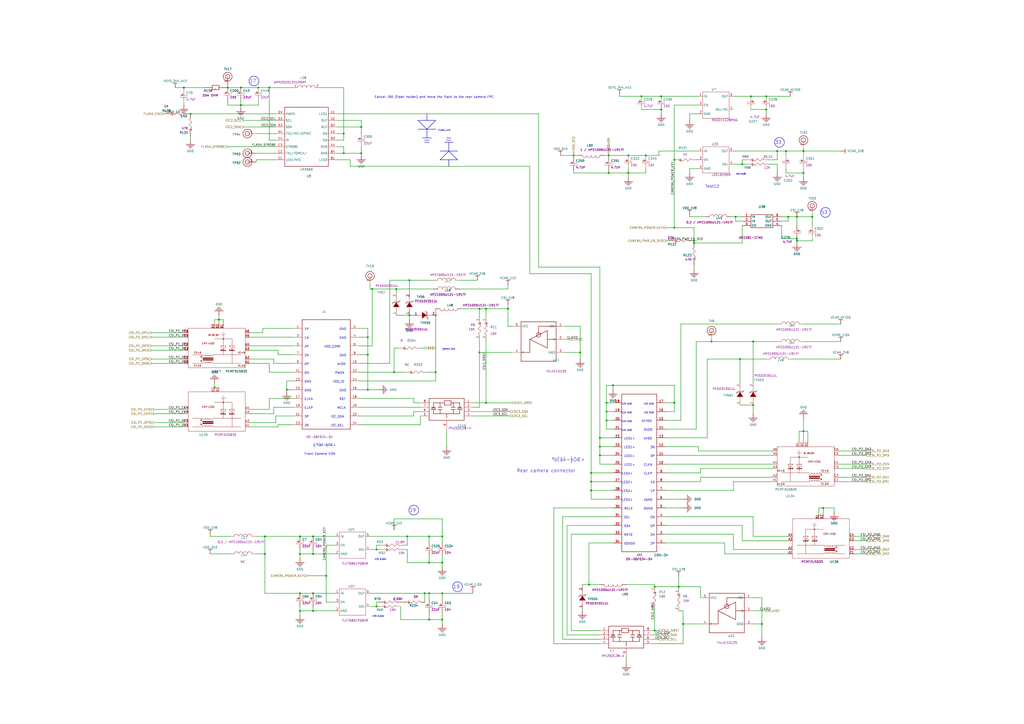
<source format=kicad_sch>
(kicad_sch (version 20231120) (generator "eeschema") (generator_version "8.0")
  (paper "A2")
  (title_block (title "Librem 5 Mainboard") (date "2024-03-21") (rev "v1.0.6") (company "Purism SPC") (comment 1 "GNU GPLv3+") (comment 2 "Copyright"))
  (junction (at 248.92 344.17))
  (junction (at 236.22 311.15))
  (junction (at 110.49 66.04))
  (junction (at 336.55 204.47))
  (junction (at 156.21 50.8))
  (junction (at 252.73 215.9))
  (junction (at 347.98 254))
  (junction (at 430.53 95.25))
  (junction (at 106.68 50.8))
  (junction (at 199.39 77.47))
  (junction (at 391.16 92.71))
  (junction (at 237.49 162.56))
  (junction (at 181.61 354.33))
  (junction (at 466.09 87.63))
  (junction (at 246.38 344.17))
  (junction (at 353.06 100.33))
  (junction (at 173.99 311.15))
  (junction (at 237.49 182.88))
  (junction (at 209.55 73.66))
  (junction (at 127 185.42))
  (junction (at 248.92 311.15))
  (junction (at 248.92 326.39))
  (junction (at 353.06 90.17))
  (junction (at 383.54 63.5))
  (junction (at 435.61 55.88))
  (junction (at 347.98 264.16))
  (junction (at 256.54 326.39))
  (junction (at 393.7 340.36))
  (junction (at 342.9 279.4))
  (junction (at 173.99 354.33))
  (junction (at 256.54 344.17))
  (junction (at 436.88 198.12))
  (junction (at 248.92 359.41))
  (junction (at 173.99 321.31))
  (junction (at 402.59 139.7))
  (junction (at 139.7 50.8))
  (junction (at 341.63 339.09))
  (junction (at 355.6 223.52))
  (junction (at 342.9 284.48))
  (junction (at 471.17 125.73))
  (junction (at 213.36 195.58))
  (junction (at 351.79 238.76))
  (junction (at 477.52 294.64))
  (junction (at 379.73 365.76))
  (junction (at 402.59 140.97))
  (junction (at 124.46 224.79))
  (junction (at 278.13 179.07))
  (junction (at 132.08 50.8))
  (junction (at 379.73 340.36))
  (junction (at 429.26 208.28))
  (junction (at 391.16 132.08))
  (junction (at 450.85 87.63))
  (junction (at 396.24 361.95))
  (junction (at 374.65 90.17))
  (junction (at 218.44 351.79))
  (junction (at 351.79 243.84))
  (junction (at 436.88 234.95))
  (junction (at 342.9 274.32))
  (junction (at 278.13 204.47))
  (junction (at 462.28 138.43))
  (junction (at 252.73 182.88))
  (junction (at 444.5 55.88))
  (junction (at 213.36 226.06))
  (junction (at 199.39 88.9))
  (junction (at 462.28 139.7))
  (junction (at 173.99 344.17))
  (junction (at 412.75 198.12))
  (junction (at 218.44 318.77))
  (junction (at 189.23 334.01))
  (junction (at 153.67 321.31))
  (junction (at 444.5 63.5))
  (junction (at 256.54 359.41))
  (junction (at 383.54 55.88))
  (junction (at 457.2 125.73))
  (junction (at 139.7 60.96))
  (junction (at 213.36 205.74))
  (junction (at 466.09 250.19))
  (junction (at 426.72 125.73))
  (junction (at 181.61 321.31))
  (junction (at 364.49 90.17))
  (junction (at 181.61 344.17))
  (junction (at 149.86 50.8))
  (junction (at 181.61 311.15))
  (junction (at 294.64 179.07))
  (junction (at 228.6 215.9))
  (junction (at 364.49 100.33))
  (junction (at 372.11 55.88))
  (junction (at 332.74 90.17))
  (junction (at 351.79 233.68))
  (junction (at 455.93 87.63))
  (junction (at 281.94 179.07))
  (junction (at 347.98 259.08))
  (junction (at 462.28 125.73))
  (junction (at 391.16 233.68))
  (junction (at 229.87 167.64))
  (junction (at 166.37 226.06))
  (junction (at 215.9 167.64))
  (junction (at 466.09 100.33))
  (junction (at 256.54 311.15))
  (junction (at 441.96 361.95))
  (junction (at 281.94 233.68))
  (junction (at 153.67 311.15))
  (junction (at 209.55 88.9))
  (polyline (pts (xy 260.35 87.63) (xy 260.35 82.55)) (stroke (width 0.254) (type solid)))
  (wire (pts (xy 486.41 271.78) (xy 502.92 271.78)) (stroke (width 0.254)))
  (wire (pts (xy 209.55 69.85) (xy 209.55 73.66)) (stroke (width 0.254)))
  (wire (pts (xy 396.24 354.33) (xy 396.24 361.95)) (stroke (width 0.254)))
  (wire (pts (xy 236.22 318.77) (xy 236.22 326.39)) (stroke (width 0.254)))
  (wire (pts (xy 425.45 318.77) (xy 457.2 318.77)) (stroke (width 0.254)))
  (wire (pts (xy 248.92 314.96) (xy 248.92 311.15)) (stroke (width 0.254)))
  (wire (pts (xy 106.68 50.8) (xy 101.6 50.8)) (stroke (width 0.254)))
  (wire (pts (xy 386.08 284.48) (xy 425.45 284.48)) (stroke (width 0.254)))
  (wire (pts (xy 214.63 165.1) (xy 214.63 167.64)) (stroke (width 0.254)))
  (wire (pts (xy 294.64 179.07) (xy 294.64 176.53)) (stroke (width 0.254)))
  (wire (pts (xy 166.37 220.98) (xy 166.37 226.06)) (stroke (width 0.254)))
  (wire (pts (xy 486.41 276.86) (xy 502.92 276.86)) (stroke (width 0.254)))
  (polyline (pts (xy 259.08 81.28) (xy 261.62 81.28)) (stroke (width 0.254) (type solid)))
  (wire (pts (xy 237.49 182.88) (xy 240.03 182.88)) (stroke (width 0.254)))
  (wire (pts (xy 466.09 250.19) (xy 463.55 250.19)) (stroke (width 0.254)))
  (wire (pts (xy 194.31 344.17) (xy 181.61 344.17)) (stroke (width 0.254)))
  (wire (pts (xy 161.29 205.74) (xy 161.29 203.2)) (stroke (width 0.254)))
  (wire (pts (xy 394.97 187.96) (xy 450.85 187.96)) (stroke (width 0.254)))
  (wire (pts (xy 278.13 179.07) (xy 281.94 179.07)) (stroke (width 0.254)))
  (wire (pts (xy 425.45 279.4) (xy 448.31 279.4)) (stroke (width 0.254)))
  (wire (pts (xy 170.18 215.9) (xy 156.21 215.9)) (stroke (width 0.254)))
  (wire (pts (xy 466.09 100.33) (xy 466.09 102.87)) (stroke (width 0.254)))
  (wire (pts (xy 406.4 361.95) (xy 396.24 361.95)) (stroke (width 0.254)))
  (polyline (pts (xy 259.08 80.01) (xy 261.62 80.01)) (stroke (width 0.254) (type solid)))
  (wire (pts (xy 386.08 299.72) (xy 436.88 299.72)) (stroke (width 0.254)))
  (wire (pts (xy 466.09 90.17) (xy 466.09 87.63)) (stroke (width 0.254)))
  (wire (pts (xy 388.62 139.7) (xy 386.08 139.7)) (stroke (width 0.254)))
  (wire (pts (xy 132.08 58.42) (xy 132.08 60.96)) (stroke (width 0.254)))
  (wire (pts (xy 96.52 66.04) (xy 93.98 66.04)) (stroke (width 0.254)))
  (wire (pts (xy 430.53 304.8) (xy 430.53 313.69)) (stroke (width 0.254)))
  (wire (pts (xy 170.18 200.66) (xy 144.78 200.66)) (stroke (width 0.254)))
  (wire (pts (xy 393.7 354.33) (xy 396.24 354.33)) (stroke (width 0.254)))
  (wire (pts (xy 342.9 289.56) (xy 342.9 284.48)) (stroke (width 0.254)))
  (wire (pts (xy 412.75 198.12) (xy 412.75 196.85)) (stroke (width 0.254)))
  (wire (pts (xy 386.08 238.76) (xy 391.16 238.76)) (stroke (width 0.254)))
  (wire (pts (xy 374.65 97.79) (xy 374.65 100.33)) (stroke (width 0.254)))
  (wire (pts (xy 218.44 318.77) (xy 214.63 318.77)) (stroke (width 0.254)))
  (wire (pts (xy 328.93 368.3) (xy 328.93 304.8)) (stroke (width 0.254)))
  (wire (pts (xy 396.24 289.56) (xy 386.08 289.56)) (stroke (width 0.254)))
  (wire (pts (xy 218.44 351.79) (xy 214.63 351.79)) (stroke (width 0.254)))
  (wire (pts (xy 158.75 240.03) (xy 158.75 236.22)) (stroke (width 0.254)))
  (wire (pts (xy 307.34 96.52) (xy 203.2 96.52)) (stroke (width 0.254)))
  (wire (pts (xy 448.31 264.16) (xy 386.08 264.16)) (stroke (width 0.254)))
  (wire (pts (xy 332.74 100.33) (xy 353.06 100.33)) (stroke (width 0.254)))
  (wire (pts (xy 364.49 100.33) (xy 364.49 102.87)) (stroke (width 0.254)))
  (polyline (pts (xy 246.38 81.28) (xy 248.92 81.28)) (stroke (width 0.254) (type solid)))
  (wire (pts (xy 173.99 354.33) (xy 173.99 356.87)) (stroke (width 0.254)))
  (wire (pts (xy 106.68 195.58) (xy 87.63 195.58)) (stroke (width 0.254)))
  (wire (pts (xy 425.45 55.88) (xy 435.61 55.88)) (stroke (width 0.254)))
  (wire (pts (xy 448.31 269.24) (xy 386.08 269.24)) (stroke (width 0.254)))
  (wire (pts (xy 430.53 92.71) (xy 433.07 92.71)) (stroke (width 0.254)))
  (polyline (pts (xy 247.65 66.04) (xy 247.65 69.85)) (stroke (width 0.254) (type solid)))
  (wire (pts (xy 430.53 95.25) (xy 430.53 92.71)) (stroke (width 0.254)))
  (wire (pts (xy 121.92 311.15) (xy 121.92 309.88)) (stroke (width 0.254)))
  (wire (pts (xy 106.68 203.2) (xy 87.63 203.2)) (stroke (width 0.254)))
  (wire (pts (xy 326.39 299.72) (xy 355.6 299.72)) (stroke (width 0.254)))
  (wire (pts (xy 342.9 279.4) (xy 342.9 274.32)) (stroke (width 0.254)))
  (wire (pts (xy 374.65 100.33) (xy 364.49 100.33)) (stroke (width 0.254)))
  (wire (pts (xy 281.94 233.68) (xy 281.94 196.85)) (stroke (width 0.254)))
  (wire (pts (xy 267.97 179.07) (xy 278.13 179.07)) (stroke (width 0.254)))
  (wire (pts (xy 153.67 344.17) (xy 153.67 321.31)) (stroke (width 0.254)))
  (wire (pts (xy 312.42 154.94) (xy 312.42 66.04)) (stroke (width 0.254)))
  (wire (pts (xy 425.45 284.48) (xy 425.45 279.4)) (stroke (width 0.254)))
  (wire (pts (xy 406.4 346.71) (xy 406.4 340.36)) (stroke (width 0.254)))
  (wire (pts (xy 372.11 55.88) (xy 359.41 55.88)) (stroke (width 0.254)))
  (wire (pts (xy 110.49 78.74) (xy 110.49 81.28)) (stroke (width 0.254)))
  (wire (pts (xy 127 185.42) (xy 127 182.88)) (stroke (width 0.254)))
  (wire (pts (xy 209.55 88.9) (xy 209.55 90.17)) (stroke (width 0.254)))
  (wire (pts (xy 455.93 100.33) (xy 466.09 100.33)) (stroke (width 0.254)))
  (wire (pts (xy 274.32 241.3) (xy 295.91 241.3)) (stroke (width 0.254)))
  (wire (pts (xy 436.88 354.33) (xy 444.5 354.33)) (stroke (width 0.254)))
  (wire (pts (xy 160.02 85.09) (xy 132.08 85.09)) (stroke (width 0.254)))
  (wire (pts (xy 170.18 190.5) (xy 152.4 190.5)) (stroke (width 0.254)))
  (wire (pts (xy 208.28 190.5) (xy 213.36 190.5)) (stroke (width 0.254)))
  (wire (pts (xy 386.08 254) (xy 410.21 254)) (stroke (width 0.254)))
  (wire (pts (xy 148.59 321.31) (xy 153.67 321.31)) (stroke (width 0.254)))
  (wire (pts (xy 229.87 182.88) (xy 237.49 182.88)) (stroke (width 0.254)))
  (wire (pts (xy 355.6 254) (xy 347.98 254)) (stroke (width 0.254)))
  (wire (pts (xy 462.28 139.7) (xy 462.28 140.97)) (stroke (width 0.254)))
  (wire (pts (xy 106.68 247.65) (xy 88.9 247.65)) (stroke (width 0.254)))
  (wire (pts (xy 173.99 318.77) (xy 173.99 321.31)) (stroke (width 0.254)))
  (wire (pts (xy 246.38 344.17) (xy 214.63 344.17)) (stroke (width 0.254)))
  (wire (pts (xy 189.23 334.01) (xy 189.23 349.25)) (stroke (width 0.254)))
  (wire (pts (xy 351.79 238.76) (xy 351.79 233.68)) (stroke (width 0.254)))
  (wire (pts (xy 160.02 66.04) (xy 110.49 66.04)) (stroke (width 0.254)))
  (wire (pts (xy 281.94 179.07) (xy 294.64 179.07)) (stroke (width 0.254)))
  (wire (pts (xy 408.94 125.73) (xy 400.05 125.73)) (stroke (width 0.254)))
  (wire (pts (xy 487.68 87.63) (xy 466.09 87.63)) (stroke (width 0.254)))
  (wire (pts (xy 251.46 162.56) (xy 237.49 162.56)) (stroke (width 0.254)))
  (wire (pts (xy 462.28 130.81) (xy 462.28 125.73)) (stroke (width 0.254)))
  (wire (pts (xy 278.13 204.47) (xy 278.13 196.85)) (stroke (width 0.254)))
  (wire (pts (xy 486.41 261.62) (xy 502.92 261.62)) (stroke (width 0.254)))
  (wire (pts (xy 420.37 314.96) (xy 420.37 321.31)) (stroke (width 0.254)))
  (wire (pts (xy 410.21 254) (xy 410.21 208.28)) (stroke (width 0.254)))
  (wire (pts (xy 248.92 347.98) (xy 248.92 344.17)) (stroke (width 0.254)))
  (wire (pts (xy 252.73 220.98) (xy 252.73 215.9)) (stroke (width 0.254)))
  (wire (pts (xy 436.88 198.12) (xy 412.75 198.12)) (stroke (width 0.254)))
  (wire (pts (xy 347.98 365.76) (xy 331.47 365.76)) (stroke (width 0.254)))
  (wire (pts (xy 139.7 60.96) (xy 139.7 62.23)) (stroke (width 0.254)))
  (wire (pts (xy 483.87 294.64) (xy 483.87 297.18)) (stroke (width 0.254)))
  (wire (pts (xy 332.74 90.17) (xy 325.12 90.17)) (stroke (width 0.254)))
  (wire (pts (xy 466.09 250.19) (xy 466.09 242.57)) (stroke (width 0.254)))
  (wire (pts (xy 243.84 236.22) (xy 208.28 236.22)) (stroke (width 0.254)))
  (wire (pts (xy 218.44 351.79) (xy 218.44 349.25)) (stroke (width 0.254)))
  (wire (pts (xy 160.02 245.11) (xy 144.78 245.11)) (stroke (width 0.254)))
  (wire (pts (xy 332.74 88.9) (xy 332.74 90.17)) (stroke (width 0.254)))
  (wire (pts (xy 466.09 97.79) (xy 466.09 100.33)) (stroke (width 0.254)))
  (wire (pts (xy 405.13 259.08) (xy 386.08 259.08)) (stroke (width 0.254)))
  (wire (pts (xy 127 187.96) (xy 127 185.42)) (stroke (width 0.254)))
  (wire (pts (xy 328.93 304.8) (xy 355.6 304.8)) (stroke (width 0.254)))
  (wire (pts (xy 468.63 250.19) (xy 466.09 250.19)) (stroke (width 0.254)))
  (wire (pts (xy 181.61 311.15) (xy 173.99 311.15)) (stroke (width 0.254)))
  (wire (pts (xy 252.73 215.9) (xy 252.73 182.88)) (stroke (width 0.254)))
  (wire (pts (xy 386.08 309.88) (xy 425.45 309.88)) (stroke (width 0.254)))
  (wire (pts (xy 237.49 162.56) (xy 237.49 170.18)) (stroke (width 0.254)))
  (wire (pts (xy 106.68 52.07) (xy 106.68 50.8)) (stroke (width 0.254)))
  (polyline (pts (xy 260.35 87.63) (xy 255.27 92.71)) (stroke (width 0.254) (type solid)))
  (wire (pts (xy 246.38 201.93) (xy 243.84 201.93)) (stroke (width 0.254)))
  (wire (pts (xy 226.06 162.56) (xy 237.49 162.56)) (stroke (width 0.254)))
  (polyline (pts (xy 255.27 87.63) (xy 265.43 87.63)) (stroke (width 0.254) (type solid)))
  (wire (pts (xy 218.44 318.77) (xy 218.44 316.23)) (stroke (width 0.254)))
  (wire (pts (xy 106.68 60.96) (xy 106.68 59.69)) (stroke (width 0.254)))
  (wire (pts (xy 331.47 309.88) (xy 355.6 309.88)) (stroke (width 0.254)))
  (wire (pts (xy 161.29 203.2) (xy 144.78 203.2)) (stroke (width 0.254)))
  (wire (pts (xy 337.82 340.36) (xy 337.82 339.09)) (stroke (width 0.254)))
  (wire (pts (xy 457.2 125.73) (xy 462.28 125.73)) (stroke (width 0.254)))
  (wire (pts (xy 213.36 195.58) (xy 213.36 205.74)) (stroke (width 0.254)))
  (polyline (pts (xy 257.81 82.55) (xy 262.89 82.55)) (stroke (width 0.254) (type solid)))
  (wire (pts (xy 139.7 60.96) (xy 149.86 60.96)) (stroke (width 0.254)))
  (wire (pts (xy 152.4 193.04) (xy 144.78 193.04)) (stroke (width 0.254)))
  (wire (pts (xy 129.54 185.42) (xy 127 185.42)) (stroke (width 0.254)))
  (wire (pts (xy 156.21 210.82) (xy 144.78 210.82)) (stroke (width 0.254)))
  (wire (pts (xy 256.54 326.39) (xy 256.54 322.58)) (stroke (width 0.254)))
  (wire (pts (xy 127 224.79) (xy 124.46 224.79)) (stroke (width 0.254)))
  (wire (pts (xy 406.4 274.32) (xy 386.08 274.32)) (stroke (width 0.254)))
  (wire (pts (xy 106.68 200.66) (xy 87.63 200.66)) (stroke (width 0.254)))
  (wire (pts (xy 240.03 238.76) (xy 240.03 241.3)) (stroke (width 0.254)))
  (polyline (pts (xy 265.43 92.71) (xy 260.35 87.63)) (stroke (width 0.254) (type solid)))
  (wire (pts (xy 189.23 334.01) (xy 177.8 334.01)) (stroke (width 0.254)))
  (wire (pts (xy 237.49 182.88) (xy 237.49 185.42)) (stroke (width 0.254)))
  (wire (pts (xy 213.36 205.74) (xy 208.28 205.74)) (stroke (width 0.254)))
  (wire (pts (xy 209.55 77.47) (xy 209.55 73.66)) (stroke (width 0.254)))
  (wire (pts (xy 160.02 241.3) (xy 160.02 245.11)) (stroke (width 0.254)))
  (wire (pts (xy 160.02 73.66) (xy 140.97 73.66)) (stroke (width 0.254)))
  (wire (pts (xy 405.13 97.79) (xy 400.05 97.79)) (stroke (width 0.254)))
  (wire (pts (xy 410.21 208.28) (xy 429.26 208.28)) (stroke (width 0.254)))
  (wire (pts (xy 383.54 55.88) (xy 372.11 55.88)) (stroke (width 0.254)))
  (wire (pts (xy 435.61 63.5) (xy 444.5 63.5)) (stroke (width 0.254)))
  (wire (pts (xy 278.13 204.47) (xy 278.13 236.22)) (stroke (width 0.254)))
  (wire (pts (xy 199.39 50.8) (xy 185.42 50.8)) (stroke (width 0.254)))
  (wire (pts (xy 173.99 344.17) (xy 153.67 344.17)) (stroke (width 0.254)))
  (wire (pts (xy 199.39 81.28) (xy 199.39 77.47)) (stroke (width 0.254)))
  (wire (pts (xy 139.7 50.8) (xy 132.08 50.8)) (stroke (width 0.254)))
  (wire (pts (xy 350.52 90.17) (xy 353.06 90.17)) (stroke (width 0.254)))
  (wire (pts (xy 378.46 365.76) (xy 379.73 365.76)) (stroke (width 0.254)))
  (wire (pts (xy 403.86 198.12) (xy 412.75 198.12)) (stroke (width 0.254)))
  (wire (pts (xy 466.09 198.12) (xy 487.68 198.12)) (stroke (width 0.254)))
  (wire (pts (xy 466.09 86.36) (xy 466.09 87.63)) (stroke (width 0.254)))
  (wire (pts (xy 406.4 279.4) (xy 386.08 279.4)) (stroke (width 0.254)))
  (wire (pts (xy 214.63 167.64) (xy 215.9 167.64)) (stroke (width 0.254)))
  (wire (pts (xy 240.03 241.3) (xy 208.28 241.3)) (stroke (width 0.254)))
  (wire (pts (xy 341.63 314.96) (xy 341.63 339.09)) (stroke (width 0.254)))
  (wire (pts (xy 359.41 55.88) (xy 359.41 54.61)) (stroke (width 0.254)))
  (wire (pts (xy 156.21 237.49) (xy 144.78 237.49)) (stroke (width 0.254)))
  (wire (pts (xy 502.92 321.31) (xy 495.3 321.31)) (stroke (width 0.254)))
  (wire (pts (xy 106.68 237.49) (xy 88.9 237.49)) (stroke (width 0.254)))
  (wire (pts (xy 194.31 311.15) (xy 181.61 311.15)) (stroke (width 0.254)))
  (wire (pts (xy 351.79 233.68) (xy 351.79 223.52)) (stroke (width 0.254)))
  (wire (pts (xy 444.5 63.5) (xy 444.5 66.04)) (stroke (width 0.254)))
  (wire (pts (xy 466.09 187.96) (xy 487.68 187.96)) (stroke (width 0.254)))
  (wire (pts (xy 436.88 346.71) (xy 441.96 346.71)) (stroke (width 0.254)))
  (polyline (pts (xy 252.73 69.85) (xy 247.65 74.93)) (stroke (width 0.254) (type solid)))
  (wire (pts (xy 208.28 200.66) (xy 215.9 200.66)) (stroke (width 0.254)))
  (wire (pts (xy 351.79 243.84) (xy 351.79 238.76)) (stroke (width 0.254)))
  (wire (pts (xy 393.7 340.36) (xy 379.73 340.36)) (stroke (width 0.254)))
  (wire (pts (xy 166.37 226.06) (xy 170.18 226.06)) (stroke (width 0.254)))
  (wire (pts (xy 471.17 138.43) (xy 471.17 139.7)) (stroke (width 0.254)))
  (wire (pts (xy 471.17 130.81) (xy 471.17 125.73)) (stroke (width 0.254)))
  (wire (pts (xy 459.74 208.28) (xy 487.68 208.28)) (stroke (width 0.254)))
  (wire (pts (xy 486.41 269.24) (xy 502.92 269.24)) (stroke (width 0.254)))
  (wire (pts (xy 213.36 205.74) (xy 213.36 226.06)) (stroke (width 0.254)))
  (wire (pts (xy 124.46 187.96) (xy 124.46 185.42)) (stroke (width 0.254)))
  (wire (pts (xy 240.03 233.68) (xy 240.03 231.14)) (stroke (width 0.254)))
  (wire (pts (xy 403.86 92.71) (xy 405.13 92.71)) (stroke (width 0.254)))
  (wire (pts (xy 236.22 326.39) (xy 248.92 326.39)) (stroke (width 0.254)))
  (wire (pts (xy 363.22 381) (xy 363.22 384.81)) (stroke (width 0.254)))
  (wire (pts (xy 153.67 311.15) (xy 173.99 311.15)) (stroke (width 0.254)))
  (wire (pts (xy 170.18 210.82) (xy 158.75 210.82)) (stroke (width 0.254)))
  (wire (pts (xy 347.98 264.16) (xy 347.98 259.08)) (stroke (width 0.254)))
  (wire (pts (xy 173.99 351.79) (xy 173.99 354.33)) (stroke (width 0.254)))
  (wire (pts (xy 297.18 233.68) (xy 281.94 233.68)) (stroke (width 0.254)))
  (wire (pts (xy 391.16 60.96) (xy 391.16 92.71)) (stroke (width 0.254)))
  (wire (pts (xy 353.06 91.44) (xy 353.06 90.17)) (stroke (width 0.254)))
  (wire (pts (xy 336.55 204.47) (xy 336.55 208.28)) (stroke (width 0.254)))
  (wire (pts (xy 213.36 226.06) (xy 219.71 226.06)) (stroke (width 0.254)))
  (wire (pts (xy 374.65 90.17) (xy 382.27 90.17)) (stroke (width 0.254)))
  (wire (pts (xy 355.6 264.16) (xy 347.98 264.16)) (stroke (width 0.254)))
  (wire (pts (xy 448.31 261.62) (xy 405.13 261.62)) (stroke (width 0.254)))
  (polyline (pts (xy 246.38 82.55) (xy 248.92 82.55)) (stroke (width 0.254) (type solid)))
  (wire (pts (xy 453.39 138.43) (xy 462.28 138.43)) (stroke (width 0.254)))
  (wire (pts (xy 215.9 167.64) (xy 229.87 167.64)) (stroke (width 0.254)))
  (wire (pts (xy 213.36 195.58) (xy 208.28 195.58)) (stroke (width 0.254)))
  (wire (pts (xy 400.05 66.04) (xy 400.05 69.85)) (stroke (width 0.254)))
  (wire (pts (xy 248.92 355.6) (xy 248.92 359.41)) (stroke (width 0.254)))
  (polyline (pts (xy 260.35 96.52) (xy 260.35 92.71)) (stroke (width 0.254) (type solid)))
  (wire (pts (xy 158.75 210.82) (xy 158.75 208.28)) (stroke (width 0.254)))
  (wire (pts (xy 133.35 321.31) (xy 121.92 321.31)) (stroke (width 0.254)))
  (wire (pts (xy 430.53 140.97) (xy 402.59 140.97)) (stroke (width 0.254)))
  (wire (pts (xy 256.54 359.41) (xy 256.54 355.6)) (stroke (width 0.254)))
  (wire (pts (xy 393.7 341.63) (xy 393.7 340.36)) (stroke (width 0.254)))
  (wire (pts (xy 450.85 87.63) (xy 450.85 92.71)) (stroke (width 0.254)))
  (wire (pts (xy 353.06 88.9) (xy 353.06 90.17)) (stroke (width 0.254)))
  (polyline (pts (xy 242.57 74.93) (xy 252.73 74.93)) (stroke (width 0.254) (type solid)))
  (wire (pts (xy 332.74 90.17) (xy 332.74 91.44)) (stroke (width 0.254)))
  (wire (pts (xy 405.13 55.88) (xy 383.54 55.88)) (stroke (width 0.254)))
  (wire (pts (xy 379.73 353.06) (xy 379.73 365.76)) (stroke (width 0.254)))
  (wire (pts (xy 278.13 236.22) (xy 274.32 236.22)) (stroke (width 0.254)))
  (wire (pts (xy 382.27 87.63) (xy 405.13 87.63)) (stroke (width 0.254)))
  (wire (pts (xy 474.98 298.45) (xy 474.98 294.64)) (stroke (width 0.254)))
  (wire (pts (xy 243.84 238.76) (xy 240.03 238.76)) (stroke (width 0.254)))
  (wire (pts (xy 149.86 50.8) (xy 139.7 50.8)) (stroke (width 0.254)))
  (wire (pts (xy 281.94 184.15) (xy 281.94 179.07)) (stroke (width 0.254)))
  (wire (pts (xy 124.46 185.42) (xy 127 185.42)) (stroke (width 0.254)))
  (wire (pts (xy 353.06 99.06) (xy 353.06 100.33)) (stroke (width 0.254)))
  (wire (pts (xy 327.66 204.47) (xy 336.55 204.47)) (stroke (width 0.254)))
  (wire (pts (xy 457.2 128.27) (xy 457.2 125.73)) (stroke (width 0.254)))
  (wire (pts (xy 406.4 276.86) (xy 406.4 279.4)) (stroke (width 0.254)))
  (wire (pts (xy 209.55 88.9) (xy 209.55 85.09)) (stroke (width 0.254)))
  (wire (pts (xy 386.08 304.8) (xy 430.53 304.8)) (stroke (width 0.254)))
  (wire (pts (xy 444.5 208.28) (xy 429.26 208.28)) (stroke (width 0.254)))
  (wire (pts (xy 248.92 359.41) (xy 256.54 359.41)) (stroke (width 0.254)))
  (wire (pts (xy 347.98 370.84) (xy 326.39 370.84)) (stroke (width 0.254)))
  (wire (pts (xy 170.18 205.74) (xy 161.29 205.74)) (stroke (width 0.254)))
  (wire (pts (xy 353.06 90.17) (xy 364.49 90.17)) (stroke (width 0.254)))
  (wire (pts (xy 243.84 246.38) (xy 208.28 246.38)) (stroke (width 0.254)))
  (wire (pts (xy 347.98 373.38) (xy 321.31 373.38)) (stroke (width 0.254)))
  (wire (pts (xy 453.39 128.27) (xy 457.2 128.27)) (stroke (width 0.254)))
  (wire (pts (xy 294.64 189.23) (xy 294.64 179.07)) (stroke (width 0.254)))
  (wire (pts (xy 208.28 215.9) (xy 228.6 215.9)) (stroke (width 0.254)))
  (wire (pts (xy 259.08 248.92) (xy 259.08 259.08)) (stroke (width 0.254)))
  (wire (pts (xy 435.61 55.88) (xy 444.5 55.88)) (stroke (width 0.254)))
  (wire (pts (xy 208.28 210.82) (xy 226.06 210.82)) (stroke (width 0.254)))
  (wire (pts (xy 396.24 373.38) (xy 378.46 373.38)) (stroke (width 0.254)))
  (wire (pts (xy 173.99 321.31) (xy 173.99 323.85)) (stroke (width 0.254)))
  (wire (pts (xy 132.08 60.96) (xy 139.7 60.96)) (stroke (width 0.254)))
  (wire (pts (xy 194.31 354.33) (xy 181.61 354.33)) (stroke (width 0.254)))
  (wire (pts (xy 426.72 128.27) (xy 426.72 125.73)) (stroke (width 0.254)))
  (wire (pts (xy 406.4 271.78) (xy 406.4 274.32)) (stroke (width 0.254)))
  (wire (pts (xy 106.68 210.82) (xy 87.63 210.82)) (stroke (width 0.254)))
  (wire (pts (xy 430.53 125.73) (xy 426.72 125.73)) (stroke (width 0.254)))
  (wire (pts (xy 441.96 361.95) (xy 436.88 361.95)) (stroke (width 0.254)))
  (wire (pts (xy 386.08 294.64) (xy 396.24 294.64)) (stroke (width 0.254)))
  (wire (pts (xy 441.96 361.95) (xy 441.96 369.57)) (stroke (width 0.254)))
  (wire (pts (xy 266.7 162.56) (xy 276.86 162.56)) (stroke (width 0.254)))
  (wire (pts (xy 233.68 316.23) (xy 236.22 316.23)) (stroke (width 0.254)))
  (wire (pts (xy 181.61 318.77) (xy 181.61 321.31)) (stroke (width 0.254)))
  (wire (pts (xy 236.22 311.15) (xy 248.92 311.15)) (stroke (width 0.254)))
  (wire (pts (xy 228.6 201.93) (xy 228.6 215.9)) (stroke (width 0.254)))
  (wire (pts (xy 471.17 125.73) (xy 462.28 125.73)) (stroke (width 0.254)))
  (wire (pts (xy 243.84 241.3) (xy 243.84 246.38)) (stroke (width 0.254)))
  (wire (pts (xy 330.2 196.85) (xy 327.66 196.85)) (stroke (width 0.254)))
  (wire (pts (xy 445.77 95.25) (xy 450.85 95.25)) (stroke (width 0.254)))
  (wire (pts (xy 106.68 50.8) (xy 118.11 50.8)) (stroke (width 0.254)))
  (wire (pts (xy 462.28 138.43) (xy 462.28 139.7)) (stroke (width 0.254)))
  (wire (pts (xy 228.6 215.9) (xy 234.95 215.9)) (stroke (width 0.254)))
  (wire (pts (xy 477.52 294.64) (xy 477.52 298.45)) (stroke (width 0.254)))
  (wire (pts (xy 463.55 250.19) (xy 463.55 256.54)) (stroke (width 0.254)))
  (wire (pts (xy 332.74 99.06) (xy 332.74 100.33)) (stroke (width 0.254)))
  (wire (pts (xy 450.85 92.71) (xy 445.77 92.71)) (stroke (width 0.254)))
  (wire (pts (xy 436.88 198.12) (xy 450.85 198.12)) (stroke (width 0.254)))
  (wire (pts (xy 364.49 100.33) (xy 364.49 97.79)) (stroke (width 0.254)))
  (wire (pts (xy 355.6 289.56) (xy 342.9 289.56)) (stroke (width 0.254)))
  (wire (pts (xy 433.07 95.25) (xy 430.53 95.25)) (stroke (width 0.254)))
  (wire (pts (xy 156.21 50.8) (xy 170.18 50.8)) (stroke (width 0.254)))
  (wire (pts (xy 326.39 370.84) (xy 326.39 299.72)) (stroke (width 0.254)))
  (polyline (pts (xy 242.57 69.85) (xy 252.73 69.85)) (stroke (width 0.254) (type solid)))
  (wire (pts (xy 402.59 132.08) (xy 402.59 139.7)) (stroke (width 0.254)))
  (wire (pts (xy 436.88 234.95) (xy 436.88 240.03)) (stroke (width 0.254)))
  (wire (pts (xy 229.87 167.64) (xy 251.46 167.64)) (stroke (width 0.254)))
  (wire (pts (xy 455.93 87.63) (xy 455.93 90.17)) (stroke (width 0.254)))
  (wire (pts (xy 430.53 130.81) (xy 430.53 140.97)) (stroke (width 0.254)))
  (wire (pts (xy 248.92 311.15) (xy 256.54 311.15)) (stroke (width 0.254)))
  (wire (pts (xy 466.09 87.63) (xy 455.93 87.63)) (stroke (width 0.254)))
  (wire (pts (xy 218.44 349.25) (xy 219.71 349.25)) (stroke (width 0.254)))
  (wire (pts (xy 420.37 321.31) (xy 457.2 321.31)) (stroke (width 0.254)))
  (wire (pts (xy 208.28 220.98) (xy 252.73 220.98)) (stroke (width 0.254)))
  (wire (pts (xy 181.61 351.79) (xy 181.61 354.33)) (stroke (width 0.254)))
  (wire (pts (xy 382.27 90.17) (xy 382.27 87.63)) (stroke (width 0.254)))
  (wire (pts (xy 405.13 66.04) (xy 400.05 66.04)) (stroke (width 0.254)))
  (wire (pts (xy 391.16 132.08) (xy 402.59 132.08)) (stroke (width 0.254)))
  (wire (pts (xy 436.88 299.72) (xy 436.88 311.15)) (stroke (width 0.254)))
  (wire (pts (xy 248.92 326.39) (xy 256.54 326.39)) (stroke (width 0.254)))
  (wire (pts (xy 406.4 340.36) (xy 393.7 340.36)) (stroke (width 0.254)))
  (wire (pts (xy 378.46 370.84) (xy 382.27 370.84)) (stroke (width 0.254)))
  (wire (pts (xy 160.02 69.85) (xy 140.97 69.85)) (stroke (width 0.254)))
  (wire (pts (xy 195.58 73.66) (xy 209.55 73.66)) (stroke (width 0.254)))
  (wire (pts (xy 274.32 344.17) (xy 274.32 342.9)) (stroke (width 0.254)))
  (wire (pts (xy 425.45 309.88) (xy 425.45 318.77)) (stroke (width 0.254)))
  (wire (pts (xy 307.34 158.75) (xy 307.34 96.52)) (stroke (width 0.254)))
  (wire (pts (xy 132.08 49.53) (xy 132.08 50.8)) (stroke (width 0.254)))
  (wire (pts (xy 379.73 365.76) (xy 382.27 365.76)) (stroke (width 0.254)))
  (wire (pts (xy 256.54 314.96) (xy 256.54 311.15)) (stroke (width 0.254)))
  (wire (pts (xy 236.22 316.23) (xy 236.22 311.15)) (stroke (width 0.254)))
  (wire (pts (xy 372.11 63.5) (xy 383.54 63.5)) (stroke (width 0.254)))
  (wire (pts (xy 391.16 92.71) (xy 391.16 132.08)) (stroke (width 0.254)))
  (wire (pts (xy 378.46 368.3) (xy 382.27 368.3)) (stroke (width 0.254)))
  (wire (pts (xy 355.6 223.52) (xy 355.6 226.06)) (stroke (width 0.254)))
  (wire (pts (xy 347.98 368.3) (xy 328.93 368.3)) (stroke (width 0.254)))
  (wire (pts (xy 453.39 130.81) (xy 453.39 138.43)) (stroke (width 0.254)))
  (wire (pts (xy 181.61 354.33) (xy 173.99 354.33)) (stroke (width 0.254)))
  (wire (pts (xy 199.39 88.9) (xy 195.58 88.9)) (stroke (width 0.254)))
  (wire (pts (xy 364.49 90.17) (xy 374.65 90.17)) (stroke (width 0.254)))
  (wire (pts (xy 486.41 279.4) (xy 502.92 279.4)) (stroke (width 0.254)))
  (wire (pts (xy 448.31 276.86) (xy 406.4 276.86)) (stroke (width 0.254)))
  (wire (pts (xy 347.98 259.08) (xy 347.98 254)) (stroke (width 0.254)))
  (wire (pts (xy 297.18 189.23) (xy 294.64 189.23)) (stroke (width 0.254)))
  (wire (pts (xy 471.17 124.46) (xy 471.17 125.73)) (stroke (width 0.254)))
  (wire (pts (xy 194.31 316.23) (xy 189.23 316.23)) (stroke (width 0.254)))
  (wire (pts (xy 444.5 55.88) (xy 458.47 55.88)) (stroke (width 0.254)))
  (wire (pts (xy 379.73 340.36) (xy 379.73 339.09)) (stroke (width 0.254)))
  (wire (pts (xy 246.38 349.25) (xy 246.38 344.17)) (stroke (width 0.254)))
  (wire (pts (xy 189.23 316.23) (xy 189.23 334.01)) (stroke (width 0.254)))
  (wire (pts (xy 181.61 321.31) (xy 173.99 321.31)) (stroke (width 0.254)))
  (wire (pts (xy 160.02 77.47) (xy 148.59 77.47)) (stroke (width 0.254)))
  (wire (pts (xy 342.9 158.75) (xy 307.34 158.75)) (stroke (width 0.254)))
  (wire (pts (xy 278.13 179.07) (xy 278.13 184.15)) (stroke (width 0.254)))
  (wire (pts (xy 256.54 347.98) (xy 256.54 344.17)) (stroke (width 0.254)))
  (wire (pts (xy 278.13 204.47) (xy 297.18 204.47)) (stroke (width 0.254)))
  (wire (pts (xy 170.18 195.58) (xy 144.78 195.58)) (stroke (width 0.254)))
  (wire (pts (xy 429.26 208.28) (xy 429.26 222.25)) (stroke (width 0.254)))
  (wire (pts (xy 347.98 254) (xy 347.98 154.94)) (stroke (width 0.254)))
  (wire (pts (xy 342.9 279.4) (xy 355.6 279.4)) (stroke (width 0.254)))
  (wire (pts (xy 213.36 190.5) (xy 213.36 195.58)) (stroke (width 0.254)))
  (wire (pts (xy 256.54 311.15) (xy 256.54 300.99)) (stroke (width 0.254)))
  (wire (pts (xy 336.55 204.47) (xy 336.55 189.23)) (stroke (width 0.254)))
  (wire (pts (xy 219.71 351.79) (xy 218.44 351.79)) (stroke (width 0.254)))
  (wire (pts (xy 156.21 215.9) (xy 156.21 210.82)) (stroke (width 0.254)))
  (wire (pts (xy 394.97 243.84) (xy 394.97 187.96)) (stroke (width 0.254)))
  (wire (pts (xy 474.98 294.64) (xy 477.52 294.64)) (stroke (width 0.254)))
  (wire (pts (xy 355.6 269.24) (xy 347.98 269.24)) (stroke (width 0.254)))
  (wire (pts (xy 400.05 125.73) (xy 400.05 124.46)) (stroke (width 0.254)))
  (wire (pts (xy 448.31 271.78) (xy 406.4 271.78)) (stroke (width 0.254)))
  (wire (pts (xy 252.73 179.07) (xy 252.73 182.88)) (stroke (width 0.254)))
  (wire (pts (xy 166.37 226.06) (xy 166.37 227.33)) (stroke (width 0.254)))
  (wire (pts (xy 228.6 300.99) (xy 228.6 307.34)) (stroke (width 0.254)))
  (wire (pts (xy 436.88 311.15) (xy 457.2 311.15)) (stroke (width 0.254)))
  (wire (pts (xy 129.54 187.96) (xy 129.54 185.42)) (stroke (width 0.254)))
  (wire (pts (xy 170.18 220.98) (xy 166.37 220.98)) (stroke (width 0.254)))
  (wire (pts (xy 256.54 300.99) (xy 228.6 300.99)) (stroke (width 0.254)))
  (wire (pts (xy 153.67 321.31) (xy 153.67 311.15)) (stroke (width 0.254)))
  (wire (pts (xy 195.58 85.09) (xy 199.39 85.09)) (stroke (width 0.254)))
  (wire (pts (xy 148.59 311.15) (xy 153.67 311.15)) (stroke (width 0.254)))
  (wire (pts (xy 468.63 256.54) (xy 468.63 250.19)) (stroke (width 0.254)))
  (wire (pts (xy 203.2 92.71) (xy 203.2 96.52)) (stroke (width 0.254)))
  (wire (pts (xy 383.54 63.5) (xy 383.54 66.04)) (stroke (width 0.254)))
  (wire (pts (xy 502.92 313.69) (xy 495.3 313.69)) (stroke (width 0.254)))
  (wire (pts (xy 455.93 87.63) (xy 450.85 87.63)) (stroke (width 0.254)))
  (wire (pts (xy 426.72 125.73) (xy 424.18 125.73)) (stroke (width 0.254)))
  (wire (pts (xy 160.02 92.71) (xy 148.59 92.71)) (stroke (width 0.254)))
  (wire (pts (xy 214.63 311.15) (xy 236.22 311.15)) (stroke (width 0.254)))
  (wire (pts (xy 436.88 222.25) (xy 436.88 198.12)) (stroke (width 0.254)))
  (wire (pts (xy 252.73 215.9) (xy 247.65 215.9)) (stroke (width 0.254)))
  (wire (pts (xy 353.06 100.33) (xy 364.49 100.33)) (stroke (width 0.254)))
  (wire (pts (xy 170.18 231.14) (xy 156.21 231.14)) (stroke (width 0.254)))
  (wire (pts (xy 455.93 97.79) (xy 455.93 100.33)) (stroke (width 0.254)))
  (wire (pts (xy 400.05 97.79) (xy 400.05 100.33)) (stroke (width 0.254)))
  (wire (pts (xy 233.68 318.77) (xy 236.22 318.77)) (stroke (width 0.254)))
  (wire (pts (xy 256.54 344.17) (xy 274.32 344.17)) (stroke (width 0.254)))
  (wire (pts (xy 158.75 236.22) (xy 170.18 236.22)) (stroke (width 0.254)))
  (wire (pts (xy 274.32 238.76) (xy 295.91 238.76)) (stroke (width 0.254)))
  (wire (pts (xy 386.08 243.84) (xy 394.97 243.84)) (stroke (width 0.254)))
  (wire (pts (xy 355.6 243.84) (xy 351.79 243.84)) (stroke (width 0.254)))
  (wire (pts (xy 391.16 238.76) (xy 391.16 233.68)) (stroke (width 0.254)))
  (wire (pts (xy 466.09 256.54) (xy 466.09 250.19)) (stroke (width 0.254)))
  (wire (pts (xy 355.6 238.76) (xy 351.79 238.76)) (stroke (width 0.254)))
  (wire (pts (xy 156.21 50.8) (xy 149.86 50.8)) (stroke (width 0.254)))
  (wire (pts (xy 321.31 294.64) (xy 355.6 294.64)) (stroke (width 0.254)))
  (wire (pts (xy 341.63 339.09) (xy 347.98 339.09)) (stroke (width 0.254)))
  (wire (pts (xy 139.7 58.42) (xy 139.7 60.96)) (stroke (width 0.254)))
  (wire (pts (xy 232.41 351.79) (xy 232.41 359.41)) (stroke (width 0.254)))
  (wire (pts (xy 199.39 88.9) (xy 209.55 88.9)) (stroke (width 0.254)))
  (wire (pts (xy 342.9 279.4) (xy 342.9 284.48)) (stroke (width 0.254)))
  (wire (pts (xy 347.98 154.94) (xy 312.42 154.94)) (stroke (width 0.254)))
  (wire (pts (xy 170.18 246.38) (xy 161.29 246.38)) (stroke (width 0.254)))
  (wire (pts (xy 109.22 66.04) (xy 110.49 66.04)) (stroke (width 0.254)))
  (wire (pts (xy 312.42 66.04) (xy 195.58 66.04)) (stroke (width 0.254)))
  (wire (pts (xy 256.54 359.41) (xy 256.54 361.95)) (stroke (width 0.254)))
  (polyline (pts (xy 247.65 74.93) (xy 247.65 80.01)) (stroke (width 0.254) (type solid)))
  (wire (pts (xy 203.2 92.71) (xy 195.58 92.71)) (stroke (width 0.254)))
  (wire (pts (xy 486.41 264.16) (xy 502.92 264.16)) (stroke (width 0.254)))
  (wire (pts (xy 161.29 247.65) (xy 144.78 247.65)) (stroke (width 0.254)))
  (wire (pts (xy 379.73 339.09) (xy 363.22 339.09)) (stroke (width 0.254)))
  (wire (pts (xy 189.23 349.25) (xy 194.31 349.25)) (stroke (width 0.254)))
  (wire (pts (xy 199.39 77.47) (xy 199.39 50.8)) (stroke (width 0.254)))
  (wire (pts (xy 386.08 132.08) (xy 391.16 132.08)) (stroke (width 0.254)))
  (wire (pts (xy 106.68 245.11) (xy 88.9 245.11)) (stroke (width 0.254)))
  (wire (pts (xy 231.14 201.93) (xy 228.6 201.93)) (stroke (width 0.254)))
  (wire (pts (xy 342.9 284.48) (xy 355.6 284.48)) (stroke (width 0.254)))
  (wire (pts (xy 256.54 326.39) (xy 256.54 328.93)) (stroke (width 0.254)))
  (wire (pts (xy 502.92 311.15) (xy 495.3 311.15)) (stroke (width 0.254)))
  (wire (pts (xy 351.79 248.92) (xy 355.6 248.92)) (stroke (width 0.254)))
  (wire (pts (xy 170.18 241.3) (xy 160.02 241.3)) (stroke (width 0.254)))
  (wire (pts (xy 430.53 95.25) (xy 425.45 95.25)) (stroke (width 0.254)))
  (wire (pts (xy 391.16 223.52) (xy 391.16 233.68)) (stroke (width 0.254)))
  (wire (pts (xy 335.28 90.17) (xy 332.74 90.17)) (stroke (width 0.254)))
  (wire (pts (xy 355.6 314.96) (xy 341.63 314.96)) (stroke (width 0.254)))
  (wire (pts (xy 402.59 153.67) (xy 402.59 156.21)) (stroke (width 0.254)))
  (wire (pts (xy 450.85 95.25) (xy 450.85 100.33)) (stroke (width 0.254)))
  (wire (pts (xy 124.46 224.79) (xy 124.46 222.25)) (stroke (width 0.254)))
  (wire (pts (xy 502.92 318.77) (xy 495.3 318.77)) (stroke (width 0.254)))
  (wire (pts (xy 161.29 246.38) (xy 161.29 247.65)) (stroke (width 0.254)))
  (wire (pts (xy 396.24 361.95) (xy 396.24 373.38)) (stroke (width 0.254)))
  (wire (pts (xy 240.03 231.14) (xy 208.28 231.14)) (stroke (width 0.254)))
  (wire (pts (xy 215.9 200.66) (xy 215.9 167.64)) (stroke (width 0.254)))
  (wire (pts (xy 347.98 269.24) (xy 347.98 264.16)) (stroke (width 0.254)))
  (wire (pts (xy 393.7 340.36) (xy 393.7 334.01)) (stroke (width 0.254)))
  (wire (pts (xy 403.86 248.92) (xy 403.86 198.12)) (stroke (width 0.254)))
  (wire (pts (xy 158.75 208.28) (xy 144.78 208.28)) (stroke (width 0.254)))
  (wire (pts (xy 160.02 81.28) (xy 156.21 81.28)) (stroke (width 0.254)))
  (polyline (pts (xy 245.11 80.01) (xy 250.19 80.01)) (stroke (width 0.254) (type solid)))
  (wire (pts (xy 351.79 223.52) (xy 355.6 223.52)) (stroke (width 0.254)))
  (wire (pts (xy 337.82 339.09) (xy 341.63 339.09)) (stroke (width 0.254)))
  (wire (pts (xy 386.08 248.92) (xy 403.86 248.92)) (stroke (width 0.254)))
  (wire (pts (xy 144.78 240.03) (xy 158.75 240.03)) (stroke (width 0.254)))
  (wire (pts (xy 248.92 322.58) (xy 248.92 326.39)) (stroke (width 0.254)))
  (wire (pts (xy 195.58 69.85) (xy 209.55 69.85)) (stroke (width 0.254)))
  (wire (pts (xy 351.79 233.68) (xy 355.6 233.68)) (stroke (width 0.254)))
  (wire (pts (xy 181.61 344.17) (xy 173.99 344.17)) (stroke (width 0.254)))
  (wire (pts (xy 337.82 353.06) (xy 337.82 354.33)) (stroke (width 0.254)))
  (wire (pts (xy 441.96 346.71) (xy 441.96 361.95)) (stroke (width 0.254)))
  (wire (pts (xy 195.58 81.28) (xy 199.39 81.28)) (stroke (width 0.254)))
  (wire (pts (xy 243.84 233.68) (xy 240.03 233.68)) (stroke (width 0.254)))
  (wire (pts (xy 106.68 193.04) (xy 87.63 193.04)) (stroke (width 0.254)))
  (wire (pts (xy 248.92 344.17) (xy 256.54 344.17)) (stroke (width 0.254)))
  (wire (pts (xy 133.35 311.15) (xy 121.92 311.15)) (stroke (width 0.254)))
  (wire (pts (xy 450.85 87.63) (xy 425.45 87.63)) (stroke (width 0.254)))
  (wire (pts (xy 321.31 373.38) (xy 321.31 294.64)) (stroke (width 0.254)))
  (wire (pts (xy 429.26 234.95) (xy 436.88 234.95)) (stroke (width 0.254)))
  (wire (pts (xy 355.6 259.08) (xy 347.98 259.08)) (stroke (width 0.254)))
  (wire (pts (xy 160.02 88.9) (xy 148.59 88.9)) (stroke (width 0.254)))
  (wire (pts (xy 226.06 210.82) (xy 226.06 162.56)) (stroke (width 0.254)))
  (wire (pts (xy 453.39 125.73) (xy 457.2 125.73)) (stroke (width 0.254)))
  (wire (pts (xy 152.4 190.5) (xy 152.4 193.04)) (stroke (width 0.254)))
  (wire (pts (xy 391.16 233.68) (xy 386.08 233.68)) (stroke (width 0.254)))
  (wire (pts (xy 477.52 294.64) (xy 483.87 294.64)) (stroke (width 0.254)))
  (wire (pts (xy 208.28 226.06) (xy 213.36 226.06)) (stroke (width 0.254)))
  (wire (pts (xy 402.59 140.97) (xy 402.59 139.7)) (stroke (width 0.254)))
  (wire (pts (xy 401.32 139.7) (xy 402.59 139.7)) (stroke (width 0.254)))
  (wire (pts (xy 342.9 274.32) (xy 342.9 158.75)) (stroke (width 0.254)))
  (wire (pts (xy 220.98 318.77) (xy 218.44 318.77)) (stroke (width 0.254)))
  (polyline (pts (xy 255.27 92.71) (xy 265.43 92.71)) (stroke (width 0.254) (type solid)))
  (wire (pts (xy 405.13 60.96) (xy 391.16 60.96)) (stroke (width 0.254)))
  (wire (pts (xy 156.21 81.28) (xy 156.21 50.8)) (stroke (width 0.254)))
  (wire (pts (xy 233.68 349.25) (xy 232.41 349.25)) (stroke (width 0.254)))
  (wire (pts (xy 106.68 208.28) (xy 87.63 208.28)) (stroke (width 0.254)))
  (wire (pts (xy 218.44 316.23) (xy 220.98 316.23)) (stroke (width 0.254)))
  (wire (pts (xy 386.08 314.96) (xy 420.37 314.96)) (stroke (width 0.254)))
  (wire (pts (xy 199.39 85.09) (xy 199.39 88.9)) (stroke (width 0.254)))
  (wire (pts (xy 229.87 170.18) (xy 229.87 167.64)) (stroke (width 0.254)))
  (wire (pts (xy 266.7 167.64) (xy 294.64 167.64)) (stroke (width 0.254)))
  (wire (pts (xy 156.21 231.14) (xy 156.21 237.49)) (stroke (width 0.254)))
  (wire (pts (xy 106.68 240.03) (xy 88.9 240.03)) (stroke (width 0.254)))
  (wire (pts (xy 355.6 274.32) (xy 342.9 274.32)) (stroke (width 0.254)))
  (wire (pts (xy 232.41 359.41) (xy 248.92 359.41)) (stroke (width 0.254)))
  (wire (pts (xy 430.53 128.27) (xy 426.72 128.27)) (stroke (width 0.254)))
  (wire (pts (xy 405.13 261.62) (xy 405.13 259.08)) (stroke (width 0.254)))
  (wire (pts (xy 194.31 321.31) (xy 181.61 321.31)) (stroke (width 0.254)))
  (wire (pts (xy 248.92 344.17) (xy 246.38 344.17)) (stroke (width 0.254)))
  (wire (pts (xy 336.55 189.23) (xy 327.66 189.23)) (stroke (width 0.254)))
  (wire (pts (xy 274.32 233.68) (xy 281.94 233.68)) (stroke (width 0.254)))
  (wire (pts (xy 351.79 243.84) (xy 351.79 248.92)) (stroke (width 0.254)))
  (wire (pts (xy 471.17 139.7) (xy 462.28 139.7)) (stroke (width 0.254)))
  (wire (pts (xy 331.47 365.76) (xy 331.47 309.88)) (stroke (width 0.254)))
  (wire (pts (xy 148.59 92.71) (xy 148.59 93.98)) (stroke (width 0.254)))
  (wire (pts (xy 149.86 60.96) (xy 149.86 58.42)) (stroke (width 0.254)))
  (wire (pts (xy 294.64 167.64) (xy 294.64 165.1)) (stroke (width 0.254)))
  (wire (pts (xy 355.6 223.52) (xy 391.16 223.52)) (stroke (width 0.254)))
  (wire (pts (xy 430.53 313.69) (xy 457.2 313.69)) (stroke (width 0.254)))
  (wire (pts (xy 195.58 77.47) (xy 199.39 77.47)) (stroke (width 0.254)))
  (polyline (pts (xy 247.65 74.93) (xy 242.57 69.85)) (stroke (width 0.254) (type solid)))
  (circle (center 452.12 82.55) (radius 2.845) (stroke (width 0.254)))
  (circle (center 240.03 295.91) (radius 2.845) (stroke (width 0.254)))
  (circle (center 478.79 123.19) (radius 2.845) (stroke (width 0.254)))
  (circle (center 265.43 340.36) (radius 2.845) (stroke (width 0.254)))
  (circle (center 147.32 46.99) (radius 2.845) (stroke (width 0.254)))
  (text "LED GND" (at 373.38 240.03 0) (effects (font (size 0.889 0.889)) (justify left bottom)))
  (text "1N" (at 176.53 196.85 0) (effects (font (size 1.27 1.27)) (justify left bottom)))
  (text "AVDD" (at 373.38 255.27 0) (effects (font (size 1.27 1.27)) (justify left bottom)))
  (text "CLKN" (at 373.38 270.51 0) (effects (font (size 1.27 1.27)) (justify left bottom)))
  (text "AVDD" (at 195.58 212.09 0) (effects (font (size 1.27 1.27)) (justify left bottom)))
  (text "PWDN" (at 194.31 217.17 0) (effects (font (size 1.27 1.27)) (justify left bottom)))
  (text "2N" (at 377.19 311.15 0) (effects (font (size 1.27 1.27)) (justify left bottom)))
  (text "LED1+" (at 361.95 265.43 0) (effects (font (size 1.27 1.27)) (justify left bottom)))
  (text "LED GND" (at 360.68 234.95 0) (effects (font (size 0.889 0.889)) (justify left bottom)))
  (text "3N" (at 176.53 247.65 0) (effects (font (size 1.27 1.27)) (justify left bottom)))
  (text "Vfb=0.8V" (at 426.72 101.6 0) (effects (font (size 0.889 0.889)) (justify left bottom)))
  (text "3P" (at 176.53 242.57 0) (effects (font (size 1.27 1.27)) (justify left bottom)))
  (text "CLKP" (at 176.53 237.49 0) (effects (font (size 1.27 1.27)) (justify left bottom)))
  (text "LED GND" (at 373.38 234.95 0) (effects (font (size 0.889 0.889)) (justify left bottom)))
  (text "OP" (at 176.53 212.09 0) (effects (font (size 1.27 1.27)) (justify left bottom)))
  (text "GND" (at 196.85 196.85 0) (effects (font (size 1.27 1.27)) (justify left bottom)))
  (text "ON" (at 176.53 217.17 0) (effects (font (size 1.27 1.27)) (justify left bottom)))
  (text "DGND" (at 373.38 295.91 0) (effects (font (size 1.27 1.27)) (justify left bottom)))
  (text "2P" (at 176.53 201.93 0) (effects (font (size 1.27 1.27)) (justify left bottom)))
  (text "1P" (at 176.53 191.77 0) (effects (font (size 1.27 1.27)) (justify left bottom)))
  (text "19" (at 237.49 297.18 0) (effects (font (size 1.905 1.905)) (justify left bottom)))
  (text "Test12" (at 408.94 109.22 0) (effects (font (size 1.651 1.651)) (justify left bottom)))
  (text "19" (at 262.89 341.63 0) (effects (font (size 1.905 1.905)) (justify left bottom)))
  (text "GND" (at 176.53 222.25 0) (effects (font (size 1.27 1.27)) (justify left bottom)))
  (text "(SPDIF_RX)" (at 256.54 203.2 0) (effects (font (size 0.889 0.889)) (justify left bottom)))
  (text "2P" (at 377.19 316.23 0) (effects (font (size 1.27 1.27)) (justify left bottom)))
  (text "LED1+" (at 361.95 255.27 0) (effects (font (size 1.27 1.27)) (justify left bottom)))
  (text "ºóÉãÁ¬½ÓÆ÷" (at 320.04 267.97 0) (effects (font (size 1.905 1.905)) (justify left bottom)))
  (text "2N" (at 176.53 207.01 0) (effects (font (size 1.27 1.27)) (justify left bottom)))
  (text "MCLK" (at 361.95 295.91 0) (effects (font (size 1.27 1.27)) (justify left bottom)))
  (text "AGND" (at 373.38 290.83 0) (effects (font (size 1.27 1.27)) (justify left bottom)))
  (text "SDA" (at 361.95 306.07 0) (effects (font (size 1.27 1.27)) (justify left bottom)))
  (text "I2C_SCL" (at 191.77 247.65 0) (effects (font (size 1.27 1.27)) (justify left bottom)))
  (text "DOVDD" (at 361.95 316.23 0) (effects (font (size 1.27 1.27)) (justify left bottom)))
  (text "LED GND" (at 360.68 240.03 0) (effects (font (size 0.889 0.889)) (justify left bottom)))
  (text "33" (at 449.58 83.82 0) (effects (font (size 1.905 1.905)) (justify left bottom)))
  (text "LED GND" (at 360.68 245.11 0) (effects (font (size 0.889 0.889)) (justify left bottom)))
  (text "DVDD" (at 373.38 250.19 0) (effects (font (size 1.27 1.27)) (justify left bottom)))
  (text "1P" (at 377.19 285.75 0) (effects (font (size 1.27 1.27)) (justify left bottom)))
  (text "GND" (at 196.85 207.01 0) (effects (font (size 1.27 1.27)) (justify left bottom)))
  (text "SCL" (at 361.95 300.99 0) (effects (font (size 1.27 1.27)) (justify left bottom)))
  (text "VFB 0.55V" (at 217.17 325.12 0) (effects (font (size 0.889 0.889)) (justify left bottom)))
  (text "AFVDD" (at 372.11 245.11 0) (effects (font (size 1.27 1.27)) (justify left bottom)))
  (text "I2C_SDA" (at 191.77 242.57 0) (effects (font (size 1.27 1.27)) (justify left bottom)))
  (text "FLASH_LED" (at 254 76.2 0) (effects (font (size 0.889 0.889)) (justify left bottom)))
  (text "LED1+" (at 361.95 270.51 0) (effects (font (size 1.27 1.27)) (justify left bottom)))
  (text "Ç°ÉãÁ¬½ÓÆ÷" (at 181.61 259.08 0) (effects (font (size 1.27 1.27)) (justify left bottom)))
  (text "53" (at 476.25 124.46 0) (effects (font (size 1.905 1.905)) (justify left bottom)))
  (text "Front Camera CON" (at 176.53 264.16 0) (effects (font (size 1.27 1.27)) (justify left bottom)))
  (text "RST" (at 196.85 232.41 0) (effects (font (size 1.27 1.27)) (justify left bottom)))
  (text "ON" (at 377.19 300.99 0) (effects (font (size 1.27 1.27)) (justify left bottom)))
  (text "Rear camera connector" (at 299.72 274.32 0) (effects (font (size 1.905 1.905)) (justify left bottom)))
  (text "3P" (at 377.19 265.43 0) (effects (font (size 1.27 1.27)) (justify left bottom)))
  (text "17" (at 144.78 48.26 0) (effects (font (size 1.905 1.905)) (justify left bottom)))
  (text "3N" (at 377.19 260.35 0) (effects (font (size 1.27 1.27)) (justify left bottom)))
  (text "LED1+" (at 361.95 260.35 0) (effects (font (size 1.27 1.27)) (justify left bottom)))
  (text "GND" (at 196.85 191.77 0) (effects (font (size 1.27 1.27)) (justify left bottom)))
  (text "VDD_CORE" (at 187.96 201.93 0) (effects (font (size 1.27 1.27)) (justify left bottom)))
  (text "CLKN" (at 176.53 232.41 0) (effects (font (size 1.27 1.27)) (justify left bottom)))
  (text "MCLK" (at 195.58 237.49 0) (effects (font (size 1.27 1.27)) (justify left bottom)))
  (text "LED GND" (at 360.68 250.19 0) (effects (font (size 0.889 0.889)) (justify left bottom)))
  (text "CLKP" (at 373.38 275.59 0) (effects (font (size 1.27 1.27)) (justify left bottom)))
  (text "LED2+" (at 360.68 285.75 0) (effects (font (size 1.27 1.27)) (justify left bottom)))
  (text "GND" (at 176.53 227.33 0) (effects (font (size 1.27 1.27)) (justify left bottom)))
  (text "VFB 0.55V" (at 215.9 358.14 0) (effects (font (size 0.889 0.889)) (justify left bottom)))
  (text "GND" (at 196.85 227.33 0) (effects (font (size 1.27 1.27)) (justify left bottom)))
  (text "RSTO" (at 361.95 311.15 0) (effects (font (size 1.27 1.27)) (justify left bottom)))
  (text "VDD_IO" (at 193.04 222.25 0) (effects (font (size 1.27 1.27)) (justify left bottom)))
  (text "Cancel J50 (flash holder) and move the flash to the rear camera FPC" (at 217.17 57.15 0) (effects (font (size 1.27 1.27)) (justify left bottom)))
  (text "1N" (at 377.19 280.67 0) (effects (font (size 1.27 1.27)) (justify left bottom)))
  (text "LED2+" (at 360.68 280.67 0) (effects (font (size 1.27 1.27)) (justify left bottom)))
  (text "OP" (at 377.19 306.07 0) (effects (font (size 1.27 1.27)) (justify left bottom)))
  (text "LED2+" (at 360.68 275.59 0) (effects (font (size 1.27 1.27)) (justify left bottom)))
  (text "LED2+" (at 360.68 290.83 0) (effects (font (size 1.27 1.27)) (justify left bottom)))
  (label "CSI_P1_DP0" (at 97.79 208.28 0))
  (label "CSI_P2_DN3" (at 494.03 261.62 0))
  (label "CLKO2" (at 328.93 196.85 0))
  (label "CSI_P2_DN0" (at 499.11 311.15 0))
  (label "CAMERA_PWR_EN_3V3" (at 387.35 139.7 0))
  (label "CSI_P1_DN1" (at 97.79 195.58 0))
  (label "CSI_P2_CKN" (at 494.03 269.24 0))
  (label "CSI_P2_DP3" (at 494.03 264.16 0))
  (label "CAMERA_POWER_KEY" (at 189.23 325.12 90))
  (label "I2C4_SDA" (at 379.73 368.3 0))
  (label "CAMERA_POWER_KEY" (at 391.16 113.03 90))
  (label "CSI_P1_DN3" (at 97.79 247.65 0))
  (label "I2C2_SDA" (at 151.13 73.66 0))
  (label "CSI_P1_DN2" (at 97.79 203.2 0))
  (label "CSI_P1_DP2" (at 97.79 200.66 0))
  (label "FLASH_STROBE" (at 146.05 85.09 0))
  (label "CSI_P2_DP1" (at 494.03 279.4 0))
  (label "CSI_P2_DP0" (at 499.11 313.69 0))
  (label "CSI1_NRST" (at 281.94 214.63 90))
  (label "CSI_P2_DN1" (at 494.03 276.86 0))
  (label "CSI_P1_DN0" (at 97.79 210.82 0))
  (label "I2C3_SDA" (at 285.75 238.76 0))
  (label "I2C4_SCL" (at 379.73 370.84 0))
  (label "I2C3_SCL" (at 285.75 241.3 0))
  (label "CSI2_NRST" (at 379.73 359.41 90))
  (label "FLASH_EN" (at 95.25 66.04 0))
  (label "CSI_P1_CKN" (at 97.79 237.49 0))
  (label "CSI_P1_CKP" (at 97.79 240.03 0))
  (label "CSI_P1_DP3" (at 97.79 245.11 0))
  (label "CSI_P2_DP2" (at 499.11 321.31 0))
  (label "CSI_P2_DN2" (at 499.11 318.77 0))
  (label "CLKO2" (at 440.69 354.33 0))
  (label "CSI_P1_DP1" (at 97.79 193.04 0))
  (label "CSI_P2_CKP" (at 494.03 271.78 0))
  (label "I2C2_SCL" (at 151.13 69.85 0))
  (hierarchical_label "CSI_P1_CKP" (shape passive) (at 88.9 240.03 180))
  (hierarchical_label "CSI1_NRST" (shape passive) (at 297.18 233.68 0))
  (hierarchical_label "CSI_P1_DN2" (shape passive) (at 87.63 203.2 180))
  (hierarchical_label "CSI_P2_DN2" (shape passive) (at 502.92 318.77 0))
  (hierarchical_label "CSI_P2_DN1" (shape passive) (at 502.92 276.86 0))
  (hierarchical_label "I2C4_SDA" (shape passive) (at 382.27 368.3 0))
  (hierarchical_label "CSI_P2_DP2" (shape passive) (at 502.92 321.31 0))
  (hierarchical_label "CLKO2" (shape passive) (at 444.5 354.33 0))
  (hierarchical_label "CSI_P2_DP3" (shape passive) (at 502.92 264.16 0))
  (hierarchical_label "CSI_P2_DP0" (shape passive) (at 502.92 313.69 0))
  (hierarchical_label "CSI_P1_DP2" (shape passive) (at 87.63 200.66 180))
  (hierarchical_label "FLASH_STROBE" (shape passive) (at 132.08 85.09 180))
  (hierarchical_label "CSI_P2_CKP" (shape passive) (at 502.92 271.78 0))
  (hierarchical_label "CSI_P1_DP3" (shape passive) (at 88.9 245.11 180))
  (hierarchical_label "CSI2_NRST" (shape passive) (at 382.27 365.76 0))
  (hierarchical_label "$$$2" (shape passive) (at 246.38 201.93 0))
  (hierarchical_label "FLASH_EN" (shape passive) (at 93.98 66.04 180))
  (hierarchical_label "CSI_P1_DN3" (shape passive) (at 88.9 247.65 180))
  (hierarchical_label "VDD_3V3" (shape bidirectional) (at 332.74 88.9 90))
  (hierarchical_label "CAMERA_POWER_KEY" (shape passive) (at 177.8 334.01 180))
  (hierarchical_label "CSI_P1_DN1" (shape passive) (at 87.63 195.58 180))
  (hierarchical_label "I2C4_SCL" (shape passive) (at 382.27 370.84 0))
  (hierarchical_label "CSI_P1_CKN" (shape passive) (at 88.9 237.49 180))
  (hierarchical_label "CAMERA_PWR_EN_3V3" (shape passive) (at 386.08 139.7 180))
  (hierarchical_label "I2C2_SDA" (shape passive) (at 140.97 73.66 180))
  (hierarchical_label "CSI_P1_DP1" (shape passive) (at 87.63 193.04 180))
  (hierarchical_label "CSI_P2_DN3" (shape passive) (at 502.92 261.62 0))
  (hierarchical_label "CSI_P2_DN0" (shape passive) (at 502.92 311.15 0))
  (hierarchical_label "CSI_P1_DN0" (shape passive) (at 87.63 210.82 180))
  (hierarchical_label "I2C2_SCL" (shape passive) (at 140.97 69.85 180))
  (hierarchical_label "$$$409" (shape bidirectional) (at 353.06 88.9 90))
  (hierarchical_label "CSI_P2_DP1" (shape passive) (at 502.92 279.4 0))
  (hierarchical_label "CLKO2" (shape passive) (at 330.2 196.85 0))
  (hierarchical_label "I2C3_SCL" (shape passive) (at 295.91 241.3 0))
  (hierarchical_label "CSI_P2_CKN" (shape passive) (at 502.92 269.24 0))
  (hierarchical_label "CSI_P1_DP0" (shape passive) (at 87.63 208.28 180))
  (hierarchical_label "I2C3_SDA" (shape passive) (at 295.91 238.76 0))
  (hierarchical_label "CAMERA_POWER_KEY" (shape passive) (at 386.08 132.08 180))
  (symbol (lib_id "C-18_CAMERA:root_0_C0201") (at 441.96 60.96 0) (unit 1)
    (property "Reference" "C228" (at 445.77 58.42 0) (effects (justify left bottom)))
    (property "Value" "C0201" (effects (hide yes)))
    (property "Footprint" "CAP-0201" (effects (hide yes)))
    (property "VOLTAGE" "6.3V" (effects (hide yes)))
    (property "DESCRIPTION" "CAP CER 1uF 6V3 20% X5R 0201" (effects (hide yes)))
    (property "PCB DECAL" "CAP-0201" (effects (hide yes)))
    (property "VALUE" "105" (at 445.77 62.23 0) (effects (justify left bottom)))
    (property "GEOMETRY.HEIGHT" "0.3MM" (effects (hide yes)))
    (property "PCB FOOTPRINT" "201" (effects (hide yes)))
  )
  (symbol (lib_id "C-18_CAMERA:GND") (at 110.49 81.28 0) (unit 1)
    (property "Reference" "#PWR?" (effects (hide yes)))
    (property "Value" "GND" (at 110.49 87.63 0))
  )
  (symbol (lib_id "C-18_CAMERA:VSYS_3V4_4V3") (at 359.41 54.61 180) (unit 1)
    (property "Reference" "#PWR?" (effects (hide yes)))
    (property "Value" "VSYS_3V4_4V3" (at 359.41 50.8 0))
  )
  (symbol (lib_id "C-18_CAMERA:root_0_C0201") (at 179.07 349.25 0) (unit 1)
    (property "Reference" "C84" (at 182.88 346.71 0) (effects (justify left bottom)))
    (property "Value" "C0201" (effects (hide yes)))
    (property "Footprint" "CAP-0201" (effects (hide yes)))
    (property "VOLTAGE" "6.3V" (effects (hide yes)))
    (property "DESCRIPTION" "CAP CER 0.1uF 6V3 20% X5R 0201" (effects (hide yes)))
    (property "PCB DECAL" "CAP-0201" (effects (hide yes)))
    (property "VALUE" "104" (at 182.88 350.52 0) (effects (justify left bottom)))
    (property "GEOMETRY.HEIGHT" "0.3MM" (effects (hide yes)))
    (property "PCB FOOTPRINT" "201" (effects (hide yes)))
  )
  (symbol (lib_id "C-18_CAMERA:root_2_mirrored_PCMF3USB3S") (at 450.85 259.08 0) (unit 1)
    (property "Reference" "U134" (at 455.93 287.02 0) (effects (justify left top)))
    (property "Value" "PCMF3USB3S" (at 449.58 283.21 0) (effects (justify left top)))
    (property "Footprint" "WLCSP15_0P4" (effects (hide yes)))
    (property "DESCRIPTION" "IC EMI FILTER FOR DIFF CH W/ ESD PROTECTION 5V WLCSP15" (effects (hide yes)))
    (property "VALUE" "PCMF3USB3S" (effects (hide yes)))
    (property "PCB DECAL" "WLCSP15_0P4" (effects (hide yes)))
    (property "GEOMETRY.HEIGHT" "0.6MM" (effects (hide yes)))
    (property "MFG_NAME" "NXP" (effects (hide yes)))
    (property "PCB FOOTPRINT" "WLCSP15 2.37x1.17x0.57mm" (effects (hide yes)))
  )
  (symbol (lib_id "C-18_CAMERA:root_0_MIC5233_ADJ_SOT23_5P") (at 407.67 100.33 0) (unit 1)
    (property "Reference" "U33" (at 412.75 84.328 0) (effects (justify left bottom)))
    (property "Value" "MIC5233_ADJ_SOT23_5P" (effects (hide yes)))
    (property "Footprint" "SOT23-5L" (effects (hide yes)))
    (property "PCB DECAL" "SOT23-5L" (effects (hide yes)))
    (property "DESCRIPTION" "IC LDO 1.8V-5.5V 150mA  0.8--5.5V" (effects (hide yes)))
    (property "VALUE" "LDCL015MR" (at 412.75 102.108 0) (effects (justify left bottom)))
    (property "GEOMETRY.HEIGHT" "1.2MM" (effects (hide yes)))
    (property "PCB FOOTPRINT" "SOT23-5L" (effects (hide yes)))
    (property "MFG_NAME" "ST" (effects (hide yes)))
  )
  (symbol (lib_id "C-18_CAMERA:root_1_RES_2") (at 443.23 97.79 0) (unit 1)
    (property "Reference" "R88" (at 435.61 96.52 0) (effects (justify right top)))
    (property "Value" "RES_2" (effects (hide yes)))
    (property "Footprint" "RES-0201" (effects (hide yes)))
    (property "PCB DECAL" "RES-0201" (effects (hide yes)))
    (property "DESCRIPTION" "Resistor Chip 0201 12K Ohm 1/16W 1% RALEC" (effects (hide yes)))
    (property "VALUE" "12K" (at 447.04 96.52 0) (effects (justify right top)))
    (property "GEOMETRY.HEIGHT" "0.3MM" (effects (hide yes)))
    (property "PCB FOOTPRINT" "201" (effects (hide yes)))
  )
  (symbol (lib_id "C-18_CAMERA:root_1_BEAD-0402") (at 146.05 313.69 0) (unit 1)
    (property "Reference" "L27" (at 143.51 311.15 0) (effects (justify right top)))
    (property "Value" "BEAD-0402" (effects (hide yes)))
    (property "Footprint" "IND-0402" (effects (hide yes)))
    (property "PCB DECAL" "IND-0402" (effects (hide yes)))
    (property "DESCRIPTION" "Z FB 120ohm@100MHz 100ohm@1GHz DCR0.13ohm 1.1A T:0.5mm" (effects (hide yes)))
    (property "VALUE" "0.2 / HPZ1005U121-1R1TF" (at 153.67 313.69 0) (effects (justify right top)))
    (property "GEOMETRY.HEIGHT" "0.5MM" (effects (hide yes)))
    (property "PCB FOOTPRINT" "402" (effects (hide yes)))
    (property "MFG_NAME" "Sunlord" (effects (hide yes)))
  )
  (symbol (lib_id "C-18_CAMERA:root_1_BEAD-0402") (at 457.2 210.82 0) (unit 1)
    (property "Reference" "L49" (at 454.66 208.28 0) (effects (justify right top)))
    (property "Value" "BEAD-0402" (effects (hide yes)))
    (property "Footprint" "IND-0402" (effects (hide yes)))
    (property "PCB DECAL" "IND-0402" (effects (hide yes)))
    (property "DESCRIPTION" "FB 120ohm@100MHz 100ohm@1GHz DCR0.13ohm 1.1A T:0.5mm" (effects (hide yes)))
    (property "VALUE" "HPZ1005U121-1R1TF" (at 463.55 204.47 0) (effects (justify right top)))
    (property "GEOMETRY.HEIGHT" "0.5MM" (effects (hide yes)))
    (property "MFG_NAME" "Sunlord" (effects (hide yes)))
    (property "PCB FOOTPRINT" "402" (effects (hide yes)))
  )
  (symbol (lib_id "C-18_CAMERA:GND") (at 139.7 62.23 0) (unit 1)
    (property "Reference" "#PWR?" (effects (hide yes)))
    (property "Value" "GND" (at 139.7 68.58 0))
  )
  (symbol (lib_id "C-18_CAMERA:root_0_C0603") (at 171.45 349.25 0) (unit 1)
    (property "Reference" "C65" (at 175.26 346.71 0) (effects (justify left bottom)))
    (property "Value" "C0603" (effects (hide yes)))
    (property "Footprint" "CAP-0603" (effects (hide yes)))
    (property "PCB DECAL" "CAP-0603" (effects (hide yes)))
    (property "DESCRIPTION" "CAP CER 22uF 6V3 20% X5R 0603" (effects (hide yes)))
    (property "VOLTAGE" "6.3V" (effects (hide yes)))
    (property "VALUE" "22UF" (at 175.26 350.52 0) (effects (justify left bottom)))
    (property "GEOMETRY.HEIGHT" "0.8MM" (effects (hide yes)))
    (property "PCB FOOTPRINT" "603" (effects (hide yes)))
  )
  (symbol (lib_id "C-18_CAMERA:GND") (at 355.6 226.06 0) (unit 1)
    (property "Reference" "#PWR?" (effects (hide yes)))
    (property "Value" "GND" (at 355.6 232.41 0))
  )
  (symbol (lib_id "C-18_CAMERA:root_1_RES_2") (at 243.84 351.79 0) (unit 1)
    (property "Reference" "R234" (at 242.57 350.52 0) (effects (justify right top)))
    (property "Value" "RES_2" (effects (hide yes)))
    (property "Footprint" "RES-0201" (effects (hide yes)))
    (property "PCB DECAL" "RES-0201" (effects (hide yes)))
    (property "DESCRIPTION" "Resistor Chip 0201 499 Ohm 1/16W 1% RALEC" (effects (hide yes)))
    (property "VALUE" "0R" (at 242.57 345.44 0) (effects (justify right top)))
    (property "GEOMETRY.HEIGHT" "0.3MM" (effects (hide yes)))
    (property "PCB FOOTPRINT" "201" (effects (hide yes)))
  )
  (symbol (lib_id "C-18_CAMERA:VCAM_2V8") (at 487.68 87.63 90) (unit 1)
    (property "Reference" "#PWR?" (effects (hide yes)))
    (property "Value" "VCAM_2V8" (at 491.49 87.63 90) (effects (justify right)))
  )
  (symbol (lib_id "C-18_CAMERA:root_0_C0603") (at 246.38 353.06 0) (unit 1)
    (property "Reference" "C54" (at 250.19 350.52 0) (effects (justify left bottom)))
    (property "Value" "C0603" (effects (hide yes)))
    (property "Footprint" "CAP-0603" (effects (hide yes)))
    (property "PCB DECAL" "CAP-0603" (effects (hide yes)))
    (property "DESCRIPTION" "CAP CER 22uF 6V3 20% X5R 0603" (effects (hide yes)))
    (property "VOLTAGE" "6.3V" (effects (hide yes)))
    (property "VALUE" "22UF" (at 250.19 354.33 0) (effects (justify left bottom)))
    (property "GEOMETRY.HEIGHT" "0.8MM" (effects (hide yes)))
    (property "PCB FOOTPRINT" "603" (effects (hide yes)))
  )
  (symbol (lib_id "C-18_CAMERA:root_0_mirrored_TEST-POINT") (at 143.51 93.98 0) (unit 1)
    (property "Reference" "TP92" (at 137.16 95.25 0) (effects (justify bottom)))
    (property "Value" "TEST-POINT" (effects (hide yes)))
    (property "Footprint" "SIP-1PE" (effects (hide yes)))
    (property "PCB DECAL" "SIP-1PE" (effects (hide yes)))
    (property "VALUE" "M3" (effects (hide yes)))
    (property "GEOMETRY.HEIGHT" "0.1MM" (effects (hide yes)))
    (property "DESCRIPTION" "Z" (effects (hide yes)))
  )
  (symbol (lib_id "C-18_CAMERA:root_0_mirrored_74LVC1G125-SC70-5") (at 322.58 209.55 0) (unit 1)
    (property "Reference" "U11" (at 322.58 209.55 0) (effects (justify bottom)))
    (property "Value" "74LVC1G125-SC70-5" (effects (hide yes)))
    (property "Footprint" "74LVC1G125-DCK0.65" (effects (hide yes)))
    (property "PCB DECAL" "74LVC1G125-DCK0.65" (effects (hide yes)))
    (property "VALUE" "74LVC1G125" (at 322.58 214.63 0) (effects (justify top)))
    (property "DESCRIPTION" "IC Single Buffer With 3-state output" (effects (hide yes)))
    (property "GEOMETRY.HEIGHT" "1MM" (effects (hide yes)))
    (property "PCB FOOTPRINT" "SC70" (effects (hide yes)))
    (property "MFG_NAME" "TI" (effects (hide yes)))
  )
  (symbol (lib_id "C-18_CAMERA:root_1_RES_2") (at 245.11 218.44 0) (unit 1)
    (property "Reference" "R253" (at 245.11 210.82 0) (effects (justify right top)))
    (property "Value" "RES_2" (effects (hide yes)))
    (property "Footprint" "RES-0201" (effects (hide yes)))
    (property "PCB DECAL" "RES-0201" (effects (hide yes)))
    (property "DESCRIPTION" "Resistor Chip 0201 10K Ohm 1/16W 1% RALEC" (effects (hide yes)))
    (property "VALUE" "NC" (at 237.49 210.82 0) (effects (justify right top)))
    (property "GEOMETRY.HEIGHT" "0.3MM" (effects (hide yes)))
    (property "PCB FOOTPRINT" "201" (effects (hide yes)))
  )
  (symbol (lib_id "C-18_CAMERA:root_0_C0603") (at 171.45 316.23 0) (unit 1)
    (property "Reference" "C7" (at 175.26 313.69 0) (effects (justify left bottom)))
    (property "Value" "C0603" (effects (hide yes)))
    (property "Footprint" "CAP-0603" (effects (hide yes)))
    (property "PCB DECAL" "CAP-0603" (effects (hide yes)))
    (property "DESCRIPTION" "CAP CER 22uF 6V3 20% X5R 0603" (effects (hide yes)))
    (property "VOLTAGE" "6.3V" (effects (hide yes)))
    (property "VALUE" "22UF" (at 175.26 317.5 0) (effects (justify left bottom)))
    (property "GEOMETRY.HEIGHT" "0.8MM" (effects (hide yes)))
    (property "PCB FOOTPRINT" "603" (effects (hide yes)))
  )
  (symbol (lib_id "C-18_CAMERA:root_0_C0201") (at 361.95 95.25 0) (unit 1)
    (property "Reference" "C323" (at 365.76 92.71 0) (effects (justify left bottom)))
    (property "Value" "C0201" (effects (hide yes)))
    (property "Footprint" "CAP-0201" (effects (hide yes)))
    (property "VOLTAGE" "6.3V" (effects (hide yes)))
    (property "DESCRIPTION" "CAP CER 1uF 6V3 20% X5R 0201" (effects (hide yes)))
    (property "PCB DECAL" "CAP-0201" (effects (hide yes)))
    (property "VALUE" "105" (at 365.76 96.52 0) (effects (justify left bottom)))
    (property "GEOMETRY.HEIGHT" "0.3MM" (effects (hide yes)))
    (property "PCB FOOTPRINT" "201" (effects (hide yes)))
  )
  (symbol (lib_id "C-18_CAMERA:root_1_TVS_0402_882") (at 340.36 350.52 0) (unit 1)
    (property "Reference" "TVS55" (at 346.71 346.71 0) (effects (justify right top)))
    (property "Value" "TVS_0402_882" (effects (hide yes)))
    (property "Footprint" "TVS-0402-882" (effects (hide yes)))
    (property "PCB DECAL" "TVS-0402-882" (effects (hide yes)))
    (property "DESCRIPTION" "IC ESD 3V3 200pF 30KV  SOD882 µ¥Ïò" (effects (hide yes)))
    (property "VALUE" "PESD3V3S1UL" (at 353.06 349.25 0) (effects (justify right top)))
    (property "GEOMETRY.HEIGHT" "0.5MM" (effects (hide yes)))
    (property "PCB FOOTPRINT" "SOD882 1x0.6x0.48mm" (effects (hide yes)))
    (property "MFG_NAME" "NXP" (effects (hide yes)))
  )
  (symbol (lib_id "C-18_CAMERA:root_0_C0402") (at 350.52 96.52 0) (unit 1)
    (property "Reference" "C251" (at 354.33 93.98 0) (effects (justify left bottom)))
    (property "Value" "C0402" (effects (hide yes)))
    (property "Footprint" "CAP-0402" (effects (hide yes)))
    (property "PCB DECAL" "CAP-0402" (effects (hide yes)))
    (property "DESCRIPTION" "CAP CER 4.7uF 6V3 20% X5R 0402" (effects (hide yes)))
    (property "VOLTAGE" "6.3V" (effects (hide yes)))
    (property "VALUE" "4.7UF" (at 354.33 97.79 0) (effects (justify left bottom)))
    (property "GEOMETRY.HEIGHT" "0.5MM" (effects (hide yes)))
    (property "PCB FOOTPRINT" "402" (effects (hide yes)))
  )
  (symbol (lib_id "C-18_CAMERA:root_1_RES_2") (at 229.87 351.79 0) (unit 1)
    (property "Reference" "R70" (at 220.98 346.71 0) (effects (justify right top)))
    (property "Value" "RES_2" (effects (hide yes)))
    (property "Footprint" "RES-0201" (effects (hide yes)))
    (property "PCB DECAL" "RES-0201" (effects (hide yes)))
    (property "DESCRIPTION" "Resistor Chip 0201 2.2K Ohm 1/16W 1% RALEC" (effects (hide yes)))
    (property "VALUE" "9.09K" (at 233.68 346.71 0) (effects (justify right top)))
    (property "GEOMETRY.HEIGHT" "0.3MM" (effects (hide yes)))
    (property "PCB FOOTPRINT" "201" (effects (hide yes)))
  )
  (symbol (lib_id "C-18_CAMERA:CSI_1V8") (at 294.64 176.53 180) (unit 1)
    (property "Reference" "#PWR?" (effects (hide yes)))
    (property "Value" "CSI_1V8" (at 294.64 172.72 0))
  )
  (symbol (lib_id "C-18_CAMERA:GND") (at 219.71 226.06 90) (unit 1)
    (property "Reference" "#PWR?" (effects (hide yes)))
    (property "Value" "GND" (at 226.06 226.06 90) (effects (justify right)))
  )
  (symbol (lib_id "C-18_CAMERA:root_0_mirrored_FILTER_ESD_BUS4") (at 269.24 243.84 0) (unit 1)
    (property "Reference" "F115" (at 267.97 247.65 0) (effects (justify bottom)))
    (property "Value" "FILTER_ESD_BUS4" (effects (hide yes)))
    (property "Footprint" "FILTER-BUS4" (effects (hide yes)))
    (property "PCB DECAL" "FILTER-BUS4" (effects (hide yes)))
    (property "VALUE" "IP4252CZ8-4" (at 266.7 247.65 0) (effects (justify top)))
    (property "GEOMETRY.HEIGHT" "0.6mm" (effects (hide yes)))
    (property "PCB FOOTPRINT" "QFN8 1.35x1.7x0.55mm" (effects (hide yes)))
    (property "DESCRIPTION" "IC ESD Filter 40 ohm 12pF 4CH" (effects (hide yes)))
    (property "MFG_NAME" "NXP" (effects (hide yes)))
  )
  (symbol (lib_id "C-18_CAMERA:GND") (at 173.99 323.85 0) (unit 1)
    (property "Reference" "#PWR?" (effects (hide yes)))
    (property "Value" "GND" (at 173.99 330.2 0))
  )
  (symbol (lib_id "C-18_CAMERA:root_1_INDUCTOR") (at 182.88 53.34 0) (unit 1)
    (property "Reference" "L28" (at 177.8 44.45 0) (effects (justify right top)))
    (property "Value" "INDUCTOR" (effects (hide yes)))
    (property "Footprint" "IND_SPH2520" (effects (hide yes)))
    (property "DESCRIPTION" "IND PWR 1uH@1MHZ 4.2A 20% SMT" (effects (hide yes)))
    (property "PCB DECAL" "IND_SPH2520" (effects (hide yes)))
    (property "VALUE" "WPN252012H1R0MT" (at 177.8 46.99 0) (effects (justify right top)))
    (property "GEOMETRY.HEIGHT" "1.2MM" (effects (hide yes)))
    (property "MFG_NAME" "Sunlord" (effects (hide yes)))
    (property "PCB FOOTPRINT" "2.5x2x1.2mm" (effects (hide yes)))
  )
  (symbol (lib_id "C-18_CAMERA:GND") (at 450.85 100.33 0) (unit 1)
    (property "Reference" "#PWR?" (effects (hide yes)))
    (property "Value" "GND" (at 450.85 106.68 0))
  )
  (symbol (lib_id "C-18_CAMERA:CSI_1V8") (at 462.28 125.73 180) (unit 1)
    (property "Reference" "#PWR?" (effects (hide yes)))
    (property "Value" "CSI_1V8" (at 462.28 121.92 0))
  )
  (symbol (lib_id "C-18_CAMERA:root_0_mirrored_74LVC1G125-SC70-5") (at 431.8 367.03 0) (unit 1)
    (property "Reference" "U22" (at 424.18 369.57 0) (effects (justify bottom)))
    (property "Value" "74LVC1G125-SC70-5" (effects (hide yes)))
    (property "Footprint" "74LVC1G125-DCK0.65" (effects (hide yes)))
    (property "PCB DECAL" "74LVC1G125-DCK0.65" (effects (hide yes)))
    (property "VALUE" "74LVC1G125" (at 421.64 372.11 0) (effects (justify top)))
    (property "DESCRIPTION" "IC Single Buffer With 3-state output" (effects (hide yes)))
    (property "GEOMETRY.HEIGHT" "1MM" (effects (hide yes)))
    (property "PCB FOOTPRINT" "SC70" (effects (hide yes)))
    (property "MFG_NAME" "TI" (effects (hide yes)))
  )
  (symbol (lib_id "C-18_CAMERA:root_0_mirrored_RES_2") (at 382.27 350.52 0) (unit 1)
    (property "Reference" "R12" (at 386.08 344.17 0) (effects (justify right bottom)))
    (property "Value" "RES_2" (effects (hide yes)))
    (property "Footprint" "RES-0201" (effects (hide yes)))
    (property "PCB DECAL" "RES-0201" (effects (hide yes)))
    (property "DESCRIPTION" "Resistor Chip 0201 10K Ohm 1/16W 1% RALEC" (effects (hide yes)))
    (property "VALUE" "10K" (at 386.08 346.71 0) (effects (justify right bottom)))
    (property "GEOMETRY.HEIGHT" "0.3MM" (effects (hide yes)))
    (property "PCB FOOTPRINT" "201" (effects (hide yes)))
  )
  (symbol (lib_id "C-18_CAMERA:root_0_mirrored_RES_2") (at 280.67 194.31 0) (unit 1)
    (property "Reference" "R8" (at 275.59 189.23 0) (effects (justify right bottom)))
    (property "Value" "RES_2" (effects (hide yes)))
    (property "Footprint" "RES-0201" (effects (hide yes)))
    (property "PCB DECAL" "RES-0201" (effects (hide yes)))
    (property "DESCRIPTION" "Resistor Chip 0201 10K Ohm 1/16W 1% RALEC" (effects (hide yes)))
    (property "VALUE" "10K" (at 275.59 191.77 0) (effects (justify right bottom)))
    (property "GEOMETRY.HEIGHT" "0.3MM" (effects (hide yes)))
    (property "PCB FOOTPRINT" "201" (effects (hide yes)))
  )
  (symbol (lib_id "C-18_CAMERA:GND") (at 400.05 69.85 0) (unit 1)
    (property "Reference" "#PWR?" (effects (hide yes)))
    (property "Value" "GND" (at 400.05 76.2 0))
  )
  (symbol (lib_id "C-18_CAMERA:root_1_TVS_0402_882") (at 439.42 232.41 0) (unit 1)
    (property "Reference" "TVS53" (at 443.23 219.71 0) (effects (justify right top)))
    (property "Value" "TVS_0402_882" (effects (hide yes)))
    (property "Footprint" "TVS-0402-882" (effects (hide yes)))
    (property "PCB DECAL" "TVS-0402-882" (effects (hide yes)))
    (property "DESCRIPTION" "IC ESD 3V3 200pF 30KV  SOD882 µ¥Ïò" (effects (hide yes)))
    (property "VALUE" "PESD3V3S1UL" (at 450.85 217.17 0) (effects (justify right top)))
    (property "GEOMETRY.HEIGHT" "0.5MM" (effects (hide yes)))
    (property "PCB FOOTPRINT" "SOD882 1x0.6x0.48mm" (effects (hide yes)))
    (property "MFG_NAME" "NXP" (effects (hide yes)))
  )
  (symbol (lib_id "C-18_CAMERA:root_1_BEAD-0402") (at 463.55 190.5 0) (unit 1)
    (property "Reference" "L65" (at 461.01 187.96 0) (effects (justify right top)))
    (property "Value" "BEAD-0402" (effects (hide yes)))
    (property "Footprint" "IND-0402" (effects (hide yes)))
    (property "PCB DECAL" "IND-0402" (effects (hide yes)))
    (property "DESCRIPTION" "FB 120ohm@100MHz 100ohm@1GHz DCR0.13ohm 1.1A T:0.5mm" (effects (hide yes)))
    (property "VALUE" "HPZ1005U121-1R1TF" (at 471.17 190.5 0) (effects (justify right top)))
    (property "GEOMETRY.HEIGHT" "0.5MM" (effects (hide yes)))
    (property "MFG_NAME" "Sunlord" (effects (hide yes)))
    (property "PCB FOOTPRINT" "402" (effects (hide yes)))
  )
  (symbol (lib_id "C-18_CAMERA:root_0_MIC5233_ADJ_SOT23_5P") (at 196.85 356.87 0) (unit 1)
    (property "Reference" "U37" (at 201.93 340.868 0) (effects (justify left bottom)))
    (property "Value" "MIC5233_ADJ_SOT23_5P" (effects (hide yes)))
    (property "Footprint" "SOT23-5L" (effects (hide yes)))
    (property "PCB DECAL" "SOT23-5L" (effects (hide yes)))
    (property "DESCRIPTION" "IC LDO 1.8V-5.5V 150mA  0.8--5.5V" (effects (hide yes)))
    (property "VALUE" "TLV75801PDBVR" (at 198.12 360.68 0) (effects (justify left bottom)))
    (property "GEOMETRY.HEIGHT" "1.2MM" (effects (hide yes)))
    (property "PCB FOOTPRINT" "SOT23-5L" (effects (hide yes)))
    (property "MFG_NAME" "ST" (effects (hide yes)))
  )
  (symbol (lib_id "C-18_CAMERA:root_0_C0201") (at 254 353.06 0) (unit 1)
    (property "Reference" "C63" (at 257.81 350.52 0) (effects (justify left bottom)))
    (property "Value" "C0201" (effects (hide yes)))
    (property "Footprint" "CAP-0201" (effects (hide yes)))
    (property "VOLTAGE" "6.3V" (effects (hide yes)))
    (property "DESCRIPTION" "CAP CER 0.1uF 6V3 20% X5R 0201" (effects (hide yes)))
    (property "PCB DECAL" "CAP-0201" (effects (hide yes)))
    (property "VALUE" "104" (at 257.81 354.33 0) (effects (justify left bottom)))
    (property "GEOMETRY.HEIGHT" "0.3MM" (effects (hide yes)))
    (property "PCB FOOTPRINT" "201" (effects (hide yes)))
  )
  (symbol (lib_id "C-18_CAMERA:root_0_C0603") (at 246.38 320.04 0) (unit 1)
    (property "Reference" "C526" (at 250.19 317.5 0) (effects (justify left bottom)))
    (property "Value" "C0603" (effects (hide yes)))
    (property "Footprint" "CAP-0603" (effects (hide yes)))
    (property "PCB DECAL" "CAP-0603" (effects (hide yes)))
    (property "DESCRIPTION" "CAP CER 22uF 6V3 20% X5R 0603" (effects (hide yes)))
    (property "VOLTAGE" "6.3V" (effects (hide yes)))
    (property "VALUE" "22UF" (at 250.19 321.31 0) (effects (justify left bottom)))
    (property "GEOMETRY.HEIGHT" "0.8MM" (effects (hide yes)))
    (property "PCB FOOTPRINT" "603" (effects (hide yes)))
  )
  (symbol (lib_id "C-18_CAMERA:VCAM_2V8") (at 276.86 162.56 180) (unit 1)
    (property "Reference" "#PWR?" (effects (hide yes)))
    (property "Value" "VCAM_2V8" (at 276.86 158.75 0))
  )
  (symbol (lib_id "C-18_CAMERA:GND") (at 466.09 242.57 180) (unit 1)
    (property "Reference" "#PWR?" (effects (hide yes)))
    (property "Value" "GND" (at 466.09 236.22 0))
  )
  (symbol (lib_id "C-18_CAMERA:GND") (at 441.96 369.57 0) (unit 1)
    (property "Reference" "#PWR?" (effects (hide yes)))
    (property "Value" "GND" (at 441.96 375.92 0))
  )
  (symbol (lib_id "C-18_CAMERA:root_0_MIC5233_ADJ_SOT23_5P") (at 196.85 323.85 0) (unit 1)
    (property "Reference" "U21" (at 201.93 307.848 0) (effects (justify left bottom)))
    (property "Value" "MIC5233_ADJ_SOT23_5P" (effects (hide yes)))
    (property "Footprint" "SOT23-5L" (effects (hide yes)))
    (property "PCB DECAL" "SOT23-5L" (effects (hide yes)))
    (property "DESCRIPTION" "IC LDO 1.8V-5.5V 150mA  0.8--5.5V" (effects (hide yes)))
    (property "VALUE" "TLV75801PDBVR" (at 198.12 327.66 0) (effects (justify left bottom)))
    (property "GEOMETRY.HEIGHT" "1.2MM" (effects (hide yes)))
    (property "PCB FOOTPRINT" "SOT23-5L" (effects (hide yes)))
    (property "MFG_NAME" "ST" (effects (hide yes)))
  )
  (symbol (lib_id "C-18_CAMERA:GND") (at 336.55 208.28 0) (unit 1)
    (property "Reference" "#PWR?" (effects (hide yes)))
    (property "Value" "GND" (at 336.55 214.63 0))
  )
  (symbol (lib_id "C-18_CAMERA:GND") (at 127 182.88 180) (unit 1)
    (property "Reference" "#PWR?" (effects (hide yes)))
    (property "Value" "GND" (at 127 176.53 0))
  )
  (symbol (lib_id "C-18_CAMERA:VCAM_1.05") (at 487.68 198.12 180) (unit 1)
    (property "Reference" "#PWR?" (effects (hide yes)))
    (property "Value" "VCAM_1.05" (at 487.68 194.31 0))
  )
  (symbol (lib_id "C-18_CAMERA:root_0_mirrored_LM3560") (at 190.5 96.52 0) (unit 1)
    (property "Reference" "U8" (at 179.07 102.87 0) (effects (justify bottom)))
    (property "Value" "LM3560" (at 177.8 97.536 0) (effects (justify top)))
    (property "Footprint" "LM3560" (effects (hide yes)))
    (property "PCB DECAL" "LM3560" (effects (hide yes)))
    (property "GEOMETRY.HEIGHT" "0.7MM" (effects (hide yes)))
    (property "VALUE" "LM3560" (effects (hide yes)))
    (property "MFG_NAME" "National" (effects (hide yes)))
    (property "PCB FOOTPRINT" "16Bump 2x2x0.6mm" (effects (hide yes)))
    (property "DESCRIPTION" "IC FLASH Driver Dual 1A" (effects (hide yes)))
  )
  (symbol (lib_id "C-18_CAMERA:GND") (at 462.28 140.97 0) (unit 1)
    (property "Reference" "#PWR?" (effects (hide yes)))
    (property "Value" "GND" (at 462.28 147.32 0))
  )
  (symbol (lib_id "C-18_CAMERA:GND") (at 173.99 356.87 0) (unit 1)
    (property "Reference" "#PWR?" (effects (hide yes)))
    (property "Value" "GND" (at 173.99 363.22 0))
  )
  (symbol (lib_id "C-18_CAMERA:GND") (at 402.59 156.21 0) (unit 1)
    (property "Reference" "#PWR?" (effects (hide yes)))
    (property "Value" "GND" (at 402.59 162.56 0))
  )
  (symbol (lib_id "C-18_CAMERA:root_1_TEST-POINT") (at 466.09 81.28 0) (unit 1)
    (property "Reference" "TV33" (at 466.09 76.2 0) (effects (justify top)))
    (property "Value" "TEST-POINT" (effects (hide yes)))
    (property "Footprint" "SIP-1PE" (effects (hide yes)))
    (property "PCB DECAL" "SIP-1PE" (effects (hide yes)))
    (property "VALUE" "M3" (effects (hide yes)))
    (property "GEOMETRY.HEIGHT" "0.1MM" (effects (hide yes)))
    (property "DESCRIPTION" "Z" (effects (hide yes)))
  )
  (symbol (lib_id "C-18_CAMERA:VDD_1V8") (at 400.05 124.46 180) (unit 1)
    (property "Reference" "#PWR?" (effects (hide yes)))
    (property "Value" "VDD_1V8" (at 400.05 120.65 0))
  )
  (symbol (lib_id "C-18_CAMERA:root_0_CURRENT_R") (at 123.19 52.07 0) (unit 1)
    (property "Reference" "R138" (at 120.65 53.34 0) (effects (justify bottom)))
    (property "Value" "CURRENT_R" (effects (hide yes)))
    (property "Footprint" "3D-R0603" (effects (hide yes)))
    (property "PCB DECAL" "3D-R0603" (effects (hide yes)))
    (property "GEOMETRY.HEIGHT" "0.5MM" (effects (hide yes)))
    (property "VALUE" "20m OHM" (at 121.92 54.61 0) (effects (justify top)))
    (property "DESCRIPTION" "Resistor Chip 0603 20m Ohm 1/10W 1% RALEC" (effects (hide yes)))
    (property "PCB FOOTPRINT" "603" (effects (hide yes)))
  )
  (symbol (lib_id "C-18_CAMERA:VDD_3V3") (at 121.92 321.31 180) (unit 1)
    (property "Reference" "#PWR?" (effects (hide yes)))
    (property "Value" "VDD_3V3" (at 121.92 317.5 0))
  )
  (symbol (lib_id "C-18_CAMERA:root_1_TVS_0402_882") (at 431.8 232.41 0) (unit 1)
    (property "Reference" "TVS54" (at 425.45 228.6 0) (effects (justify right top)))
    (property "Value" "TVS_0402_882" (effects (hide yes)))
    (property "Footprint" "TVS-0402-882" (effects (hide yes)))
    (property "PCB DECAL" "TVS-0402-882" (effects (hide yes)))
    (property "DESCRIPTION" "IC ESD 3V3 200pF 30KV  SOD882 µ¥Ïò" (effects (hide yes)))
    (property "VALUE" "PESD3V3S1UL" (at 426.72 224.79 0) (effects (justify right top)))
    (property "GEOMETRY.HEIGHT" "0.5MM" (effects (hide yes)))
    (property "PCB FOOTPRINT" "SOD882 1x0.6x0.48mm" (effects (hide yes)))
    (property "MFG_NAME" "NXP" (effects (hide yes)))
  )
  (symbol (lib_id "C-18_CAMERA:root_3_mirrored_BEAD-0402") (at 265.43 176.53 0) (unit 1)
    (property "Reference" "L48" (at 262.89 177.8 0) (effects (justify right bottom)))
    (property "Value" "BEAD-0402" (effects (hide yes)))
    (property "Footprint" "IND-0402" (effects (hide yes)))
    (property "PCB DECAL" "IND-0402" (effects (hide yes)))
    (property "DESCRIPTION" "FB 120ohm@100MHz 100ohm@1GHz DCR0.13ohm 1.1A T:0.5mm" (effects (hide yes)))
    (property "VALUE" "HPZ1005U121-1R1TF" (at 289.56 177.8 0) (effects (justify right bottom)))
    (property "GEOMETRY.HEIGHT" "0.5MM" (effects (hide yes)))
    (property "MFG_NAME" "Sunlord" (effects (hide yes)))
    (property "PCB FOOTPRINT" "402" (effects (hide yes)))
  )
  (symbol (lib_id "C-18_CAMERA:root_0_C0201") (at 468.63 135.89 0) (unit 1)
    (property "Reference" "C302" (at 472.44 133.35 0) (effects (justify left bottom)))
    (property "Value" "C0201" (effects (hide yes)))
    (property "Footprint" "CAP-0201" (effects (hide yes)))
    (property "VOLTAGE" "6.3V" (effects (hide yes)))
    (property "DESCRIPTION" "CAP CER 1uF 6V3 20% X5R 0201" (effects (hide yes)))
    (property "PCB DECAL" "CAP-0201" (effects (hide yes)))
    (property "VALUE" "105" (at 472.44 137.16 0) (effects (justify left bottom)))
    (property "GEOMETRY.HEIGHT" "0.3MM" (effects (hide yes)))
    (property "PCB FOOTPRINT" "201" (effects (hide yes)))
  )
  (symbol (lib_id "C-18_CAMERA:root_1_RES_2") (at 231.14 318.77 0) (unit 1)
    (property "Reference" "R33" (at 222.25 313.69 0) (effects (justify right top)))
    (property "Value" "RES_2" (effects (hide yes)))
    (property "Footprint" "RES-0201" (effects (hide yes)))
    (property "PCB DECAL" "RES-0201" (effects (hide yes)))
    (property "DESCRIPTION" "Resistor Chip 0201 5.23K Ohm 1/16W 1% RALEC" (effects (hide yes)))
    (property "VALUE" "11.8K" (at 234.95 313.69 0) (effects (justify right top)))
    (property "GEOMETRY.HEIGHT" "0.3MM" (effects (hide yes)))
    (property "PCB FOOTPRINT" "201" (effects (hide yes)))
  )
  (symbol (lib_id "C-18_CAMERA:root_0_AP2281") (at 435.61 132.08 0) (unit 1)
    (property "Reference" "U38" (at 441.96 120.65 0) (effects (justify bottom)))
    (property "Value" "AP2281" (effects (hide yes)))
    (property "Footprint" "U-DFN2018-6" (effects (hide yes)))
    (property "PCB DECAL" "U-DFN2018-6" (effects (hide yes)))
    (property "GEOMETRY.HEIGHT" "0.6mm" (effects (hide yes)))
    (property "VALUE" "AP2281-1FMG" (at 435.61 137.16 0) (effects (justify top)))
    (property "MFG_NAME" "DIODES" (effects (hide yes)))
    (property "PCB FOOTPRINT" "U-DFN2018-6" (effects (hide yes)))
    (property "DESCRIPTION" "IC SWITCH 80mohm  1.5-6V" (effects (hide yes)))
    (property "SIGPIN7" "GND" (effects (hide yes)))
  )
  (symbol (lib_id "C-18_CAMERA:GND") (at 444.5 66.04 0) (unit 1)
    (property "Reference" "#PWR?" (effects (hide yes)))
    (property "Value" "GND" (at 444.5 72.39 0))
  )
  (symbol (lib_id "C-18_CAMERA:GND") (at 237.49 185.42 0) (unit 1)
    (property "Reference" "#PWR?" (effects (hide yes)))
    (property "Value" "GND" (at 237.49 191.77 0))
  )
  (symbol (lib_id "C-18_CAMERA:root_1_TEST-POINT") (at 214.63 160.02 0) (unit 1)
    (property "Reference" "TV19" (at 214.63 153.67 0) (effects (justify top)))
    (property "Value" "TEST-POINT" (effects (hide yes)))
    (property "Footprint" "SIP-1PE" (effects (hide yes)))
    (property "PCB DECAL" "SIP-1PE" (effects (hide yes)))
    (property "VALUE" "M3" (effects (hide yes)))
    (property "GEOMETRY.HEIGHT" "0.1MM" (effects (hide yes)))
    (property "DESCRIPTION" "Z" (effects (hide yes)))
  )
  (symbol (lib_id "C-18_CAMERA:root_2_RES_2") (at 405.13 143.51 0) (unit 1)
    (property "Reference" "R123" (at 401.32 147.32 0) (effects (justify right top)))
    (property "Value" "RES_2" (effects (hide yes)))
    (property "Footprint" "RES-0201" (effects (hide yes)))
    (property "DESCRIPTION" "Resistor Chip 0201 47K Ohm 1/16W 1% RALEC" (effects (hide yes)))
    (property "PCB DECAL" "RES-0201" (effects (hide yes)))
    (property "VALUE" "47K" (at 401.32 149.86 0) (effects (justify right top)))
    (property "GEOMETRY.HEIGHT" "0.3MM" (effects (hide yes)))
    (property "PCB FOOTPRINT" "201" (effects (hide yes)))
  )
  (symbol (lib_id "C-18_CAMERA:GND") (at 209.55 90.17 0) (unit 1)
    (property "Reference" "#PWR?" (effects (hide yes)))
    (property "Value" "GND" (at 209.55 96.52 0))
  )
  (symbol (lib_id "C-18_CAMERA:root_1_TEST-POINT") (at 471.17 119.38 0) (unit 1)
    (property "Reference" "TV53" (at 471.17 114.3 0) (effects (justify top)))
    (property "Value" "TEST-POINT" (effects (hide yes)))
    (property "Footprint" "SIP-1PE" (effects (hide yes)))
    (property "PCB DECAL" "SIP-1PE" (effects (hide yes)))
    (property "VALUE" "M3" (effects (hide yes)))
    (property "GEOMETRY.HEIGHT" "0.1MM" (effects (hide yes)))
    (property "DESCRIPTION" "Z" (effects (hide yes)))
  )
  (symbol (lib_id "C-18_CAMERA:VSYS_3V4_4V3") (at 101.6 50.8 180) (unit 1)
    (property "Reference" "#PWR?" (effects (hide yes)))
    (property "Value" "VSYS_3V4_4V3" (at 101.6 46.99 0))
  )
  (symbol (lib_id "C-18_CAMERA:GND") (at 400.05 100.33 0) (unit 1)
    (property "Reference" "#PWR?" (effects (hide yes)))
    (property "Value" "GND" (at 400.05 106.68 0))
  )
  (symbol (lib_id "C-18_CAMERA:root_2_PCMF3USB3S") (at 142.24 190.5 0) (unit 1)
    (property "Reference" "U117" (at 128.27 214.63 0) (effects (justify right top)))
    (property "Value" "PCMF3USB3S" (at 143.51 214.63 0) (effects (justify right top)))
    (property "Footprint" "WLCSP15_0P4" (effects (hide yes)))
    (property "DESCRIPTION" "IC EMI FILTER FOR DIFF CH W/ ESD PROTECTION 5V WLCSP15" (effects (hide yes)))
    (property "VALUE" "PCMF3USB3S" (effects (hide yes)))
    (property "PCB DECAL" "WLCSP15_0P4" (effects (hide yes)))
    (property "GEOMETRY.HEIGHT" "0.6MM" (effects (hide yes)))
    (property "MFG_NAME" "NXP" (effects (hide yes)))
    (property "PCB FOOTPRINT" "WLCSP15 2.37x1.17x0.57mm" (effects (hide yes)))
  )
  (symbol (lib_id "C-18_CAMERA:root_1_BEAD-0402") (at 463.55 200.66 0) (unit 1)
    (property "Reference" "L54" (at 461.01 198.12 0) (effects (justify right top)))
    (property "Value" "BEAD-0402" (effects (hide yes)))
    (property "Footprint" "IND-0402" (effects (hide yes)))
    (property "PCB DECAL" "IND-0402" (effects (hide yes)))
    (property "DESCRIPTION" "FB 120ohm@100MHz 100ohm@1GHz DCR0.13ohm 1.1A T:0.5mm" (effects (hide yes)))
    (property "VALUE" "HPZ1005U121-1R1TF" (at 471.17 200.66 0) (effects (justify right top)))
    (property "GEOMETRY.HEIGHT" "0.5MM" (effects (hide yes)))
    (property "MFG_NAME" "Sunlord" (effects (hide yes)))
    (property "PCB FOOTPRINT" "402" (effects (hide yes)))
  )
  (symbol (lib_id "C-18_CAMERA:root_0_mirrored_C0402") (at 438.15 60.96 0) (unit 1)
    (property "Reference" "C227" (at 439.42 71.12 0) (effects (justify right bottom)))
    (property "Value" "C0402" (effects (hide yes)))
    (property "Footprint" "CAP-0402" (effects (hide yes)))
    (property "PCB DECAL" "CAP-0402" (effects (hide yes)))
    (property "DESCRIPTION" "CAP CER 4.7uF 6V3 20% X5R 0402" (effects (hide yes)))
    (property "VOLTAGE" "6.3V" (effects (hide yes)))
    (property "VALUE" "4.7UF" (at 440.69 68.58 0) (effects (justify right bottom)))
    (property "GEOMETRY.HEIGHT" "0.5MM" (effects (hide yes)))
    (property "PCB FOOTPRINT" "402" (effects (hide yes)))
  )
  (symbol (lib_id "C-18_CAMERA:root_0_C0402") (at 369.57 60.96 0) (unit 1)
    (property "Reference" "C229" (at 373.38 58.42 0) (effects (justify left bottom)))
    (property "Value" "C0402" (effects (hide yes)))
    (property "Footprint" "CAP-0402" (effects (hide yes)))
    (property "PCB DECAL" "CAP-0402" (effects (hide yes)))
    (property "DESCRIPTION" "CAP CER 4.7uF 6V3 20% X5R 0402" (effects (hide yes)))
    (property "VOLTAGE" "6.3V" (effects (hide yes)))
    (property "VALUE" "4.7UF" (at 373.38 62.23 0) (effects (justify left bottom)))
    (property "GEOMETRY.HEIGHT" "0.5MM" (effects (hide yes)))
    (property "PCB FOOTPRINT" "402" (effects (hide yes)))
  )
  (symbol (lib_id "C-18_CAMERA:root_0_mirrored_TEST-POINT") (at 143.51 88.9 0) (unit 1)
    (property "Reference" "TP93" (at 137.16 90.17 0) (effects (justify bottom)))
    (property "Value" "TEST-POINT" (effects (hide yes)))
    (property "Footprint" "SIP-1PE" (effects (hide yes)))
    (property "PCB DECAL" "SIP-1PE" (effects (hide yes)))
    (property "VALUE" "M3" (effects (hide yes)))
    (property "GEOMETRY.HEIGHT" "0.1MM" (effects (hide yes)))
    (property "DESCRIPTION" "Z" (effects (hide yes)))
  )
  (symbol (lib_id "C-18_CAMERA:root_1_RES_2") (at 231.14 321.31 0) (unit 1)
    (property "Reference" "R32" (at 223.52 320.04 0) (effects (justify right top)))
    (property "Value" "RES_2" (effects (hide yes)))
    (property "Footprint" "RES-0201" (effects (hide yes)))
    (property "PCB DECAL" "RES-0201" (effects (hide yes)))
    (property "DESCRIPTION" "Resistor Chip 0201 10K Ohm 1/16W 1% RALEC" (effects (hide yes)))
    (property "VALUE" "10K" (at 234.95 320.04 0) (effects (justify right top)))
    (property "GEOMETRY.HEIGHT" "0.3MM" (effects (hide yes)))
    (property "PCB FOOTPRINT" "201" (effects (hide yes)))
  )
  (symbol (lib_id "C-18_CAMERA:CSI_1V8") (at 393.7 334.01 180) (unit 1)
    (property "Reference" "#PWR?" (effects (hide yes)))
    (property "Value" "CSI_1V8" (at 393.7 330.2 0))
  )
  (symbol (lib_id "C-18_CAMERA:root_0_C0402") (at 330.2 96.52 0) (unit 1)
    (property "Reference" "C250" (at 334.01 93.98 0) (effects (justify left bottom)))
    (property "Value" "C0402" (effects (hide yes)))
    (property "Footprint" "CAP-0402" (effects (hide yes)))
    (property "PCB DECAL" "CAP-0402" (effects (hide yes)))
    (property "DESCRIPTION" "CAP CER 4.7uF 6V3 20% X5R 0402" (effects (hide yes)))
    (property "VOLTAGE" "6.3V" (effects (hide yes)))
    (property "VALUE" "4.7UF" (at 334.01 97.79 0) (effects (justify left bottom)))
    (property "GEOMETRY.HEIGHT" "0.5MM" (effects (hide yes)))
    (property "PCB FOOTPRINT" "402" (effects (hide yes)))
  )
  (symbol (lib_id "C-18_CAMERA:GND") (at 396.24 289.56 90) (unit 1)
    (property "Reference" "#PWR?" (effects (hide yes)))
    (property "Value" "GND" (at 402.59 289.56 90) (effects (justify right)))
  )
  (symbol (lib_id "C-18_CAMERA:GND") (at 396.24 294.64 90) (unit 1)
    (property "Reference" "#PWR?" (effects (hide yes)))
    (property "Value" "GND" (at 402.59 294.64 90) (effects (justify right)))
  )
  (symbol (lib_id "C-18_CAMERA:root_0_OK-06F024-04") (at 172.72 248.92 0) (unit 1)
    (property "Reference" "J4" (at 187.96 181.61 0) (effects (justify bottom)))
    (property "Value" "OK-06F024-04" (effects (hide yes)))
    (property "Footprint" "CON-OK-06M024-4-CZX" (effects (hide yes)))
    (property "VALUE" "OK-06F024-04" (at 185.42 252.73 0) (effects (justify top)))
    (property "PCB FOOTPRINT" "7.5x2.2x0.8mm" (effects (hide yes)))
    (property "PCB DECAL" "CON-OK-06M024-4-CZX" (effects (hide yes)))
    (property "GEOMETRY.HEIGHT" "0.6MM" (effects (hide yes)))
    (property "MFG_NAME" "ÑÇÆë" (effects (hide yes)))
    (property "DESCRIPTION" "SOCKET Board-to-FPC Ä¸×ù 0.4mm  24pin ºÏ¸ß0.8mm" (effects (hide yes)))
  )
  (symbol (lib_id "C-18_CAMERA:root_0_C0201") (at 179.07 316.23 0) (unit 1)
    (property "Reference" "C64" (at 182.88 313.69 0) (effects (justify left bottom)))
    (property "Value" "C0201" (effects (hide yes)))
    (property "Footprint" "CAP-0201" (effects (hide yes)))
    (property "VOLTAGE" "6.3V" (effects (hide yes)))
    (property "DESCRIPTION" "CAP CER 0.1uF 6V3 20% X5R 0201" (effects (hide yes)))
    (property "PCB DECAL" "CAP-0201" (effects (hide yes)))
    (property "VALUE" "104" (at 182.88 317.5 0) (effects (justify left bottom)))
    (property "GEOMETRY.HEIGHT" "0.3MM" (effects (hide yes)))
    (property "PCB FOOTPRINT" "201" (effects (hide yes)))
  )
  (symbol (lib_id "C-18_CAMERA:root_0_C0603") (at 147.32 55.88 0) (unit 1)
    (property "Reference" "C449" (at 151.13 53.34 0) (effects (justify left bottom)))
    (property "Value" "C0603" (effects (hide yes)))
    (property "Footprint" "CAP-0603" (effects (hide yes)))
    (property "PCB DECAL" "CAP-0603" (effects (hide yes)))
    (property "DESCRIPTION" "CAP CER 22uF 6V3 20% X5R 0603" (effects (hide yes)))
    (property "VOLTAGE" "6.3V" (effects (hide yes)))
    (property "VALUE" "22UF" (at 151.13 57.15 0) (effects (justify left bottom)))
    (property "GEOMETRY.HEIGHT" "0.8MM" (effects (hide yes)))
    (property "PCB FOOTPRINT" "603" (effects (hide yes)))
  )
  (symbol (lib_id "C-18_CAMERA:GND") (at 363.22 384.81 0) (unit 1)
    (property "Reference" "#PWR?" (effects (hide yes)))
    (property "Value" "GND" (at 363.22 391.16 0))
  )
  (symbol (lib_id "C-18_CAMERA:root_0_mirrored_C0402") (at 464.82 135.89 0) (unit 1)
    (property "Reference" "C276" (at 458.47 138.43 0) (effects (justify right bottom)))
    (property "Value" "C0402" (effects (hide yes)))
    (property "Footprint" "CAP-0402" (effects (hide yes)))
    (property "PCB DECAL" "CAP-0402" (effects (hide yes)))
    (property "DESCRIPTION" "CAP CER 4.7uF 6V3 20% X5R 0402" (effects (hide yes)))
    (property "VOLTAGE" "6.3V" (effects (hide yes)))
    (property "VALUE" "4.7UF" (at 459.74 140.97 0) (effects (justify right bottom)))
    (property "GEOMETRY.HEIGHT" "0.5MM" (effects (hide yes)))
    (property "PCB FOOTPRINT" "402" (effects (hide yes)))
  )
  (symbol (lib_id "C-18_CAMERA:root_1_RES_2") (at 106.68 68.58 0) (unit 1)
    (property "Reference" "R128" (at 99.06 63.5 0) (effects (justify right top)))
    (property "Value" "RES_2" (effects (hide yes)))
    (property "Footprint" "RES-0201" (effects (hide yes)))
    (property "DESCRIPTION" "Resistor Chip 0201 1K Ohm 1/16W 1% RALEC" (effects (hide yes)))
    (property "PCB DECAL" "RES-0201" (effects (hide yes)))
    (property "VALUE" "1K" (at 97.79 60.96 0) (effects (justify right top)))
    (property "GEOMETRY.HEIGHT" "0.3MM" (effects (hide yes)))
    (property "PCB FOOTPRINT" "201" (effects (hide yes)))
  )
  (symbol (lib_id "C-18_CAMERA:root_0_TVS_0402_882") (at 242.57 185.42 0) (unit 1)
    (property "Reference" "TVS56" (at 243.84 187.96 0) (effects (justify left bottom)))
    (property "Value" "TVS_0402_882" (effects (hide yes)))
    (property "Footprint" "TVS-0402-882" (effects (hide yes)))
    (property "PCB DECAL" "TVS-0402-882" (effects (hide yes)))
    (property "DESCRIPTION" "IC ESD 3V3 200pF 30KV  SOD882 µ¥Ïò" (effects (hide yes)))
    (property "VALUE" "PESD3V3S1UL" (at 234.95 191.77 0) (effects (justify left bottom)))
    (property "GEOMETRY.HEIGHT" "0.5MM" (effects (hide yes)))
    (property "PCB FOOTPRINT" "SOD882 1x0.6x0.48mm" (effects (hide yes)))
    (property "MFG_NAME" "NXP" (effects (hide yes)))
  )
  (symbol (lib_id "C-18_CAMERA:VCAM_2V8") (at 487.68 208.28 180) (unit 1)
    (property "Reference" "#PWR?" (effects (hide yes)))
    (property "Value" "VCAM_2V8" (at 487.68 204.47 0))
  )
  (symbol (lib_id "C-18_CAMERA:GND") (at 436.88 240.03 0) (unit 1)
    (property "Reference" "#PWR?" (effects (hide yes)))
    (property "Value" "GND" (at 436.88 246.38 0))
  )
  (symbol (lib_id "C-18_CAMERA:VDD_3V3") (at 325.12 90.17 180) (unit 1)
    (property "Reference" "#PWR?" (effects (hide yes)))
    (property "Value" "VDD_3V3" (at 325.12 86.36 0))
  )
  (symbol (lib_id "C-18_CAMERA:VCAM_1V2") (at 228.6 307.34 180) (unit 1)
    (property "Reference" "#PWR?" (effects (hide yes)))
    (property "Value" "VCAM_1V2" (at 228.6 303.53 0))
  )
  (symbol (lib_id "C-18_CAMERA:root_1_RES_2") (at 401.32 95.25 0) (unit 1)
    (property "Reference" "R121" (at 398.78 85.09 0) (effects (justify right top)))
    (property "Value" "RES_2" (effects (hide yes)))
    (property "Footprint" "RES-0201" (effects (hide yes)))
    (property "DESCRIPTION" "Resistor Chip 0201 1K Ohm 1/16W 1% RALEC" (effects (hide yes)))
    (property "PCB DECAL" "RES-0201" (effects (hide yes)))
    (property "VALUE" "1K" (at 398.78 88.9 0) (effects (justify right top)))
    (property "GEOMETRY.HEIGHT" "0.3MM" (effects (hide yes)))
    (property "PCB FOOTPRINT" "201" (effects (hide yes)))
  )
  (symbol (lib_id "C-18_CAMERA:root_0_mirrored_TEST-POINT") (at 143.51 77.47 0) (unit 1)
    (property "Reference" "TP94" (at 137.16 78.74 0) (effects (justify bottom)))
    (property "Value" "TEST-POINT" (effects (hide yes)))
    (property "Footprint" "SIP-1PE" (effects (hide yes)))
    (property "PCB DECAL" "SIP-1PE" (effects (hide yes)))
    (property "VALUE" "M3" (effects (hide yes)))
    (property "GEOMETRY.HEIGHT" "0.1MM" (effects (hide yes)))
    (property "DESCRIPTION" "Z" (effects (hide yes)))
  )
  (symbol (lib_id "C-18_CAMERA:VCAM_AFVDD") (at 487.68 187.96 180) (unit 1)
    (property "Reference" "#PWR?" (effects (hide yes)))
    (property "Value" "VCAM_AFVDD" (at 487.68 184.15 0))
  )
  (symbol (lib_id "C-18_CAMERA:root_0_C0603") (at 137.16 55.88 0) (unit 1)
    (property "Reference" "C43" (at 140.97 53.34 0) (effects (justify left bottom)))
    (property "Value" "C0603" (effects (hide yes)))
    (property "Footprint" "CAP-0603" (effects (hide yes)))
    (property "PCB DECAL" "CAP-0603" (effects (hide yes)))
    (property "DESCRIPTION" "CAP CER 22uF 6V3 20% X5R 0603" (effects (hide yes)))
    (property "VOLTAGE" "6.3V" (effects (hide yes)))
    (property "VALUE" "22UF" (at 140.97 57.15 0) (effects (justify left bottom)))
    (property "GEOMETRY.HEIGHT" "0.8MM" (effects (hide yes)))
    (property "PCB FOOTPRINT" "603" (effects (hide yes)))
  )
  (symbol (lib_id "C-18_CAMERA:root_0_CON-34") (at 360.68 320.04 0) (unit 1)
    (property "Reference" "J22" (at 370.84 322.58 0) (effects (justify bottom)))
    (property "Value" "CON-34" (at 383.54 321.31 0) (effects (justify top)))
    (property "Footprint" "CON-OK-06M034-4-CZX" (effects (hide yes)))
    (property "PCB DECAL" "CON-OK-06M034-4-CZX" (effects (hide yes)))
    (property "VALUE" "OK-06F034-04" (at 370.84 323.596 0) (effects (justify top)))
  )
  (symbol (lib_id "C-18_CAMERA:root_2_mirrored_PCMF2USB3S_10P") (at 459.74 300.99 0) (unit 1)
    (property "Reference" "U136" (at 481.33 325.12 0) (effects (justify left top)))
    (property "Value" "PCMF2USB3S_10P" (effects (hide yes)))
    (property "Footprint" "WLCSP10_0P4_1P2X1P6MM_SMDP" (effects (hide yes)))
    (property "DESCRIPTION" "IC EMI FILTER FOR DIFF CH W/ ESD PROTECTION 5V WLCSP10" (effects (hide yes)))
    (property "PCB DECAL" "WLCSP10_0P4_1P2X1P6MM_SMDP" (effects (hide yes)))
    (property "VALUE" "PCMF2USB3S" (at 464.82 325.12 0) (effects (justify left top)))
    (property "GEOMETRY.HEIGHT" "0.6MM" (effects (hide yes)))
    (property "PCB FOOTPRINT" "WLCSP10 1.57x1.17x0.57mm" (effects (hide yes)))
    (property "MFG_NAME" "NXP" (effects (hide yes)))
  )
  (symbol (lib_id "C-18_CAMERA:root_0_C0603") (at 207.01 82.55 0) (unit 1)
    (property "Reference" "C300" (at 210.82 80.01 0) (effects (justify left bottom)))
    (property "Value" "C0603" (effects (hide yes)))
    (property "Footprint" "CAP-0603" (effects (hide yes)))
    (property "PCB DECAL" "CAP-0603" (effects (hide yes)))
    (property "DESCRIPTION" "CAP CER 22uF 6V3 20% X5R 0603" (effects (hide yes)))
    (property "VOLTAGE" "6.3V" (effects (hide yes)))
    (property "VALUE" "22UF" (at 210.82 83.82 0) (effects (justify left bottom)))
    (property "GEOMETRY.HEIGHT" "0.8MM" (effects (hide yes)))
    (property "PCB FOOTPRINT" "603" (effects (hide yes)))
  )
  (symbol (lib_id "C-18_CAMERA:GND") (at 364.49 102.87 0) (unit 1)
    (property "Reference" "#PWR?" (effects (hide yes)))
    (property "Value" "GND" (at 364.49 109.22 0))
  )
  (symbol (lib_id "C-18_CAMERA:root_0_C0201") (at 381 60.96 0) (unit 1)
    (property "Reference" "C230" (at 384.81 58.42 0) (effects (justify left bottom)))
    (property "Value" "C0201" (effects (hide yes)))
    (property "Footprint" "CAP-0201" (effects (hide yes)))
    (property "VOLTAGE" "6.3V" (effects (hide yes)))
    (property "DESCRIPTION" "CAP CER 1uF 6V3 20% X5R 0201" (effects (hide yes)))
    (property "PCB DECAL" "CAP-0201" (effects (hide yes)))
    (property "VALUE" "105" (at 384.81 62.23 0) (effects (justify left bottom)))
    (property "GEOMETRY.HEIGHT" "0.3MM" (effects (hide yes)))
    (property "PCB FOOTPRINT" "201" (effects (hide yes)))
  )
  (symbol (lib_id "C-18_CAMERA:root_1_RES_2") (at 398.78 142.24 0) (unit 1)
    (property "Reference" "R122" (at 392.43 140.97 0) (effects (justify right top)))
    (property "Value" "RES_2" (effects (hide yes)))
    (property "Footprint" "RES-0201" (effects (hide yes)))
    (property "DESCRIPTION" "Resistor Chip 0201 27K Ohm 1/16W 1% RALEC" (effects (hide yes)))
    (property "PCB DECAL" "RES-0201" (effects (hide yes)))
    (property "VALUE" "27K" (at 391.16 137.16 0) (effects (justify right top)))
    (property "GEOMETRY.HEIGHT" "0.3MM" (effects (hide yes)))
    (property "PCB FOOTPRINT" "201" (effects (hide yes)))
  )
  (symbol (lib_id "C-18_CAMERA:VDD_1V8") (at 121.92 309.88 180) (unit 1)
    (property "Reference" "#PWR?" (effects (hide yes)))
    (property "Value" "VDD_1V8" (at 121.92 306.07 0))
  )
  (symbol (lib_id "C-18_CAMERA:root_1_BEAD-0402") (at 264.16 165.1 0) (unit 1)
    (property "Reference" "L47" (at 261.62 162.56 0) (effects (justify right top)))
    (property "Value" "BEAD-0402" (effects (hide yes)))
    (property "Footprint" "IND-0402" (effects (hide yes)))
    (property "PCB DECAL" "IND-0402" (effects (hide yes)))
    (property "DESCRIPTION" "FB 120ohm@100MHz 100ohm@1GHz DCR0.13ohm 1.1A T:0.5mm" (effects (hide yes)))
    (property "VALUE" "HPZ1005U121-1R1TF" (at 270.51 158.75 0) (effects (justify right top)))
    (property "GEOMETRY.HEIGHT" "0.5MM" (effects (hide yes)))
    (property "MFG_NAME" "Sunlord" (effects (hide yes)))
    (property "PCB FOOTPRINT" "402" (effects (hide yes)))
  )
  (symbol (lib_id "C-18_CAMERA:root_1_TEST-POINT") (at 132.08 44.45 0) (unit 1)
    (property "Reference" "TV17" (at 132.08 39.37 0) (effects (justify top)))
    (property "Value" "TEST-POINT" (effects (hide yes)))
    (property "Footprint" "SIP-1PE" (effects (hide yes)))
    (property "PCB DECAL" "SIP-1PE" (effects (hide yes)))
    (property "VALUE" "M3" (effects (hide yes)))
    (property "GEOMETRY.HEIGHT" "0.1MM" (effects (hide yes)))
    (property "DESCRIPTION" "Z" (effects (hide yes)))
  )
  (symbol (lib_id "C-18_CAMERA:root_0_mirrored_C0402") (at 458.47 95.25 0) (unit 1)
    (property "Reference" "C252" (at 459.74 105.41 0) (effects (justify right bottom)))
    (property "Value" "C0402" (effects (hide yes)))
    (property "Footprint" "CAP-0402" (effects (hide yes)))
    (property "PCB DECAL" "CAP-0402" (effects (hide yes)))
    (property "DESCRIPTION" "CAP CER 4.7uF 6V3 20% X5R 0402" (effects (hide yes)))
    (property "VOLTAGE" "6.3V" (effects (hide yes)))
    (property "VALUE" "4.7UF" (at 461.01 102.87 0) (effects (justify right bottom)))
    (property "GEOMETRY.HEIGHT" "0.5MM" (effects (hide yes)))
    (property "PCB FOOTPRINT" "402" (effects (hide yes)))
  )
  (symbol (lib_id "C-18_CAMERA:root_0_FILTER_ESD_BUS4") (at 353.06 375.92 0) (unit 1)
    (property "Reference" "F7" (at 355.092 378.46 0) (effects (justify bottom)))
    (property "Value" "FILTER_ESD_BUS4" (effects (hide yes)))
    (property "Footprint" "FILTER-BUS4" (effects (hide yes)))
    (property "PCB DECAL" "FILTER-BUS4" (effects (hide yes)))
    (property "VALUE" "IP4252CZ8-4" (at 355.6 379.73 0) (effects (justify top)))
    (property "GEOMETRY.HEIGHT" "0.6mm" (effects (hide yes)))
    (property "PCB FOOTPRINT" "QFN8 1.35x1.7x0.55mm" (effects (hide yes)))
    (property "DESCRIPTION" "IC ESD Filter 40 ohm 12pF 4CH" (effects (hide yes)))
    (property "MFG_NAME" "NXP" (effects (hide yes)))
  )
  (symbol (lib_id "C-18_CAMERA:root_0_mirrored_RES_2") (at 284.48 194.31 0) (unit 1)
    (property "Reference" "R11" (at 288.29 190.5 0) (effects (justify right bottom)))
    (property "Value" "RES_2" (effects (hide yes)))
    (property "Footprint" "RES-0201" (effects (hide yes)))
    (property "PCB DECAL" "RES-0201" (effects (hide yes)))
    (property "DESCRIPTION" "Resistor Chip 0201 10K Ohm 1/16W 1% RALEC" (effects (hide yes)))
    (property "VALUE" "10K" (at 288.29 194.31 0) (effects (justify right bottom)))
    (property "GEOMETRY.HEIGHT" "0.3MM" (effects (hide yes)))
    (property "PCB FOOTPRINT" "201" (effects (hide yes)))
  )
  (symbol (lib_id "C-18_CAMERA:GND") (at 106.68 60.96 0) (unit 1)
    (property "Reference" "#PWR?" (effects (hide yes)))
    (property "Value" "GND" (at 106.68 67.31 0))
  )
  (symbol (lib_id "C-18_CAMERA:GND") (at 337.82 354.33 0) (unit 1)
    (property "Reference" "#PWR?" (effects (hide yes)))
    (property "Value" "GND" (at 337.82 360.68 0))
  )
  (symbol (lib_id "C-18_CAMERA:root_0_ME6211C__M5G") (at 407.67 68.58 0) (unit 1)
    (property "Reference" "U7" (at 412.75 52.578 0) (effects (justify left bottom)))
    (property "Value" "ME6211C__M5G" (effects (hide yes)))
    (property "Footprint" "SOT23-5" (effects (hide yes)))
    (property "PCB DECAL" "SOT23-5" (effects (hide yes)))
    (property "DESCRIPTION" "IC Voltage LDO sot23-5 0.5A Vin:5.5V Vout:2.8V MARK:G1 or S1xx ME6211C28M5G MicrOne" (effects (hide yes)))
    (property "VALUE" "ME6211C28M5G" (at 412.75 70.358 0) (effects (justify left bottom)))
    (property "GEOMETRY.HEIGHT" "1.2MM" (effects (hide yes)))
    (property "PCB FOOTPRINT" "sot23-5" (effects (hide yes)))
  )
  (symbol (lib_id "C-18_CAMERA:VCAM_1V2") (at 294.64 165.1 180) (unit 1)
    (property "Reference" "#PWR?" (effects (hide yes)))
    (property "Value" "VCAM_1V2" (at 294.64 161.29 0))
  )
  (symbol (lib_id "C-18_CAMERA:GND") (at 256.54 361.95 0) (unit 1)
    (property "Reference" "#PWR?" (effects (hide yes)))
    (property "Value" "GND" (at 256.54 368.3 0))
  )
  (symbol (lib_id "C-18_CAMERA:root_1_RES_2") (at 443.23 95.25 0) (unit 1)
    (property "Reference" "R89" (at 434.34 90.17 0) (effects (justify right top)))
    (property "Value" "RES_2" (effects (hide yes)))
    (property "Footprint" "RES-0201" (effects (hide yes)))
    (property "PCB DECAL" "RES-0201" (effects (hide yes)))
    (property "DESCRIPTION" "Resistor Chip 0201 30.1K Ohm 1/16W 1% RALEC" (effects (hide yes)))
    (property "VALUE" "30.1K" (at 448.31 90.17 0) (effects (justify right top)))
    (property "GEOMETRY.HEIGHT" "0.3MM" (effects (hide yes)))
    (property "PCB FOOTPRINT" "201" (effects (hide yes)))
  )
  (symbol (lib_id "C-18_CAMERA:GND") (at 483.87 297.18 0) (unit 1)
    (property "Reference" "#PWR?" (effects (hide yes)))
    (property "Value" "GND" (at 483.87 303.53 0))
  )
  (symbol (lib_id "C-18_CAMERA:root_3_mirrored_BEAD-0402") (at 360.68 336.55 0) (unit 1)
    (property "Reference" "L55" (at 364.49 345.44 0) (effects (justify right bottom)))
    (property "Value" "BEAD-0402" (effects (hide yes)))
    (property "Footprint" "IND-0402" (effects (hide yes)))
    (property "PCB DECAL" "IND-0402" (effects (hide yes)))
    (property "DESCRIPTION" "FB 120ohm@100MHz 100ohm@1GHz DCR0.13ohm 1.1A T:0.5mm" (effects (hide yes)))
    (property "VALUE" "HPZ1005U121-1R1TF" (at 364.49 342.9 0) (effects (justify right bottom)))
    (property "GEOMETRY.HEIGHT" "0.5MM" (effects (hide yes)))
    (property "MFG_NAME" "Sunlord" (effects (hide yes)))
    (property "PCB FOOTPRINT" "402" (effects (hide yes)))
  )
  (symbol (lib_id "C-18_CAMERA:root_2_PCMF2USB3S_10P") (at 142.24 227.33 0) (unit 1)
    (property "Reference" "U135" (at 120.65 251.46 0) (effects (justify right top)))
    (property "Value" "PCMF2USB3S_10P" (effects (hide yes)))
    (property "Footprint" "WLCSP10_0P4_1P2X1P6MM_SMDP" (effects (hide yes)))
    (property "DESCRIPTION" "IC EMI FILTER FOR DIFF CH W/ ESD PROTECTION 5V WLCSP10" (effects (hide yes)))
    (property "PCB DECAL" "WLCSP10_0P4_1P2X1P6MM_SMDP" (effects (hide yes)))
    (property "VALUE" "PCMF2USB3S" (at 137.16 251.46 0) (effects (justify right top)))
    (property "GEOMETRY.HEIGHT" "0.6MM" (effects (hide yes)))
    (property "PCB FOOTPRINT" "WLCSP10 1.57x1.17x0.57mm" (effects (hide yes)))
    (property "MFG_NAME" "NXP" (effects (hide yes)))
  )
  (symbol (lib_id "C-18_CAMERA:root_0_mirrored_RES_2") (at 396.24 351.79 0) (unit 1)
    (property "Reference" "R9" (at 398.78 346.71 0) (effects (justify right bottom)))
    (property "Value" "RES_2" (effects (hide yes)))
    (property "Footprint" "RES-0201" (effects (hide yes)))
    (property "PCB DECAL" "RES-0201" (effects (hide yes)))
    (property "DESCRIPTION" "Resistor Chip 0201 10K Ohm 1/16W 1% RALEC" (effects (hide yes)))
    (property "VALUE" "10K" (at 400.05 349.25 0) (effects (justify right bottom)))
    (property "GEOMETRY.HEIGHT" "0.3MM" (effects (hide yes)))
    (property "PCB FOOTPRINT" "201" (effects (hide yes)))
  )
  (symbol (lib_id "C-18_CAMERA:GND") (at 124.46 222.25 180) (unit 1)
    (property "Reference" "#PWR?" (effects (hide yes)))
    (property "Value" "GND" (at 124.46 215.9 0))
  )
  (symbol (lib_id "C-18_CAMERA:VCAM_1.05") (at 274.32 342.9 180) (unit 1)
    (property "Reference" "#PWR?" (effects (hide yes)))
    (property "Value" "VCAM_1.05" (at 274.32 339.09 0))
  )
  (symbol (lib_id "C-18_CAMERA:root_0_C0201") (at 254 320.04 0) (unit 1)
    (property "Reference" "C534" (at 257.81 317.5 0) (effects (justify left bottom)))
    (property "Value" "C0201" (effects (hide yes)))
    (property "Footprint" "CAP-0201" (effects (hide yes)))
    (property "VOLTAGE" "6.3V" (effects (hide yes)))
    (property "DESCRIPTION" "CAP CER 0.1uF 6V3 20% X5R 0201" (effects (hide yes)))
    (property "PCB DECAL" "CAP-0201" (effects (hide yes)))
    (property "VALUE" "104" (at 257.81 321.31 0) (effects (justify left bottom)))
    (property "GEOMETRY.HEIGHT" "0.3MM" (effects (hide yes)))
    (property "PCB FOOTPRINT" "201" (effects (hide yes)))
  )
  (symbol (lib_id "C-18_CAMERA:root_1_TEST-POINT") (at 412.75 191.77 0) (unit 1)
    (property "Reference" "TV6" (at 412.75 185.42 0) (effects (justify top)))
    (property "Value" "TEST-POINT" (effects (hide yes)))
    (property "Footprint" "SIP-1PE" (effects (hide yes)))
    (property "PCB DECAL" "SIP-1PE" (effects (hide yes)))
    (property "VALUE" "M3" (effects (hide yes)))
    (property "GEOMETRY.HEIGHT" "0.1MM" (effects (hide yes)))
    (property "DESCRIPTION" "Z" (effects (hide yes)))
  )
  (symbol (lib_id "C-18_CAMERA:VCAM_AFVDD") (at 458.47 55.88 180) (unit 1)
    (property "Reference" "#PWR?" (effects (hide yes)))
    (property "Value" "VCAM_AFVDD" (at 458.47 52.07 0))
  )
  (symbol (lib_id "C-18_CAMERA:root_1_RES_2") (at 229.87 354.33 0) (unit 1)
    (property "Reference" "R69" (at 222.25 353.06 0) (effects (justify right top)))
    (property "Value" "RES_2" (effects (hide yes)))
    (property "Footprint" "RES-0201" (effects (hide yes)))
    (property "PCB DECAL" "RES-0201" (effects (hide yes)))
    (property "DESCRIPTION" "Resistor Chip 0201 10K Ohm 1/16W 1% RALEC" (effects (hide yes)))
    (property "VALUE" "10K" (at 229.87 353.06 0) (effects (justify right top)))
    (property "GEOMETRY.HEIGHT" "0.3MM" (effects (hide yes)))
    (property "PCB FOOTPRINT" "201" (effects (hide yes)))
  )
  (symbol (lib_id "C-18_CAMERA:root_0_C0201") (at 372.11 95.25 0) (unit 1)
    (property "Reference" "C345" (at 375.92 92.71 0) (effects (justify left bottom)))
    (property "Value" "C0201" (effects (hide yes)))
    (property "Footprint" "CAP-0201" (effects (hide yes)))
    (property "VOLTAGE" "6.3V" (effects (hide yes)))
    (property "DESCRIPTION" "CAP CER 0.1uF 6V3 20% X5R 0201" (effects (hide yes)))
    (property "PCB DECAL" "CAP-0201" (effects (hide yes)))
    (property "VALUE" "104" (at 375.92 96.52 0) (effects (justify left bottom)))
    (property "GEOMETRY.HEIGHT" "0.3MM" (effects (hide yes)))
    (property "PCB FOOTPRINT" "201" (effects (hide yes)))
  )
  (symbol (lib_id "C-18_CAMERA:root_1_BEAD-0402") (at 146.05 323.85 0) (unit 1)
    (property "Reference" "L44" (at 143.51 321.31 0) (effects (justify right top)))
    (property "Value" "BEAD-0402" (effects (hide yes)))
    (property "Footprint" "IND-0402" (effects (hide yes)))
    (property "PCB DECAL" "IND-0402" (effects (hide yes)))
    (property "DESCRIPTION" "Resistor Chip 0402 0.2 Ohm 1/16W 1% RALEC" (effects (hide yes)))
    (property "VALUE" "NC" (at 142.24 325.12 0) (effects (justify right top)))
    (property "GEOMETRY.HEIGHT" "0.5MM" (effects (hide yes)))
    (property "PCB FOOTPRINT" "402" (effects (hide yes)))
  )
  (symbol (lib_id "C-18_CAMERA:root_0_C0201") (at 129.54 55.88 0) (unit 1)
    (property "Reference" "C200" (at 133.35 53.34 0) (effects (justify left bottom)))
    (property "Value" "C0201" (effects (hide yes)))
    (property "Footprint" "CAP-0201" (effects (hide yes)))
    (property "VOLTAGE" "6.3V" (effects (hide yes)))
    (property "DESCRIPTION" "CAP CER 1uF 6V3 20% X5R 0201" (effects (hide yes)))
    (property "PCB DECAL" "CAP-0201" (effects (hide yes)))
    (property "VALUE" "105" (at 133.35 57.15 0) (effects (justify left bottom)))
    (property "GEOMETRY.HEIGHT" "0.3MM" (effects (hide yes)))
    (property "PCB FOOTPRINT" "201" (effects (hide yes)))
  )
  (symbol (lib_id "C-18_CAMERA:root_1_TVS_0402_882") (at 232.41 180.34 0) (unit 1)
    (property "Reference" "TVS7" (at 223.52 168.91 0) (effects (justify right top)))
    (property "Value" "TVS_0402_882" (effects (hide yes)))
    (property "Footprint" "TVS-0402-882" (effects (hide yes)))
    (property "PCB DECAL" "TVS-0402-882" (effects (hide yes)))
    (property "DESCRIPTION" "IC ESD 3V3 200pF 30KV  SOD882 µ¥Ïò" (effects (hide yes)))
    (property "VALUE" "PESD3V3S1UL" (at 231.14 165.1 0) (effects (justify right top)))
    (property "GEOMETRY.HEIGHT" "0.5MM" (effects (hide yes)))
    (property "PCB FOOTPRINT" "SOD882 1x0.6x0.48mm" (effects (hide yes)))
    (property "MFG_NAME" "NXP" (effects (hide yes)))
  )
  (symbol (lib_id "C-18_CAMERA:GND") (at 383.54 66.04 0) (unit 1)
    (property "Reference" "#PWR?" (effects (hide yes)))
    (property "Value" "GND" (at 383.54 72.39 0))
  )
  (symbol (lib_id "C-18_CAMERA:GND") (at 466.09 102.87 0) (unit 1)
    (property "Reference" "#PWR?" (effects (hide yes)))
    (property "Value" "GND" (at 466.09 109.22 0))
  )
  (symbol (lib_id "C-18_CAMERA:root_0_C0402") (at 104.14 57.15 0) (unit 1)
    (property "Reference" "C70" (at 107.95 54.61 0) (effects (justify left bottom)))
    (property "Value" "C0402" (effects (hide yes)))
    (property "Footprint" "CAP-0402" (effects (hide yes)))
    (property "PCB DECAL" "CAP-0402" (effects (hide yes)))
    (property "DESCRIPTION" "CAP CER 4.7uF 6V3 20% X5R 0402" (effects (hide yes)))
    (property "VOLTAGE" "6.3V" (effects (hide yes)))
    (property "VALUE" "4.7UF" (at 107.95 58.42 0) (effects (justify left bottom)))
    (property "GEOMETRY.HEIGHT" "0.5MM" (effects (hide yes)))
    (property "PCB FOOTPRINT" "402" (effects (hide yes)))
  )
  (symbol (lib_id "C-18_CAMERA:root_0_C0201") (at 463.55 95.25 0) (unit 1)
    (property "Reference" "C301" (at 467.36 92.71 0) (effects (justify left bottom)))
    (property "Value" "C0201" (effects (hide yes)))
    (property "Footprint" "CAP-0201" (effects (hide yes)))
    (property "VOLTAGE" "6.3V" (effects (hide yes)))
    (property "DESCRIPTION" "CAP CER 1uF 6V3 20% X5R 0201" (effects (hide yes)))
    (property "PCB DECAL" "CAP-0201" (effects (hide yes)))
    (property "VALUE" "105" (at 467.36 96.52 0) (effects (justify left bottom)))
    (property "GEOMETRY.HEIGHT" "0.3MM" (effects (hide yes)))
    (property "PCB FOOTPRINT" "201" (effects (hide yes)))
  )
  (symbol (lib_id "C-18_CAMERA:GND") (at 259.08 259.08 0) (unit 1)
    (property "Reference" "#PWR?" (effects (hide yes)))
    (property "Value" "GND" (at 259.08 265.43 0))
  )
  (symbol (lib_id "C-18_CAMERA:GND") (at 166.37 227.33 0) (unit 1)
    (property "Reference" "#PWR?" (effects (hide yes)))
    (property "Value" "GND" (at 166.37 233.68 0))
  )
  (symbol (lib_id "C-18_CAMERA:root_1_BEAD-0402") (at 421.64 128.27 0) (unit 1)
    (property "Reference" "L45" (at 419.1 125.73 0) (effects (justify right top)))
    (property "Value" "BEAD-0402" (effects (hide yes)))
    (property "Footprint" "IND-0402" (effects (hide yes)))
    (property "PCB DECAL" "IND-0402" (effects (hide yes)))
    (property "DESCRIPTION" "Resistor Chip 0402 0.2 Ohm 1/16W 1% RALEC" (effects (hide yes)))
    (property "VALUE" "0.2 / HPZ1005U121-1R1TF" (at 425.45 128.27 0) (effects (justify right top)))
    (property "GEOMETRY.HEIGHT" "0.5MM" (effects (hide yes)))
    (property "PCB FOOTPRINT" "402" (effects (hide yes)))
  )
  (symbol (lib_id "C-18_CAMERA:root_1_RES_2") (at 241.3 204.47 0) (unit 1)
    (property "Reference" "R254" (at 241.3 196.85 0) (effects (justify right top)))
    (property "Value" "RES_2" (effects (hide yes)))
    (property "Footprint" "RES-0201" (effects (hide yes)))
    (property "PCB DECAL" "RES-0201" (effects (hide yes)))
    (property "DESCRIPTION" "Resistor Chip 0201    0 Ohm 1/20W 1% RALEC" (effects (hide yes)))
    (property "VALUE" "0" (at 233.68 196.85 0) (effects (justify right top)))
    (property "GEOMETRY.HEIGHT" "0.3MM" (effects (hide yes)))
    (property "PCB FOOTPRINT" "201" (effects (hide yes)))
  )
  (symbol (lib_id "C-18_CAMERA:root_1_TVS_0402_882") (at 240.03 180.34 0) (unit 1)
    (property "Reference" "TVS6" (at 246.38 171.45 0) (effects (justify right top)))
    (property "Value" "TVS_0402_882" (effects (hide yes)))
    (property "Footprint" "TVS-0402-882" (effects (hide yes)))
    (property "PCB DECAL" "TVS-0402-882" (effects (hide yes)))
    (property "DESCRIPTION" "IC ESD 3V3 200pF 30KV  SOD882 µ¥Ïò" (effects (hide yes)))
    (property "VALUE" "PESD3V3S1UL" (at 254 173.99 0) (effects (justify right top)))
    (property "GEOMETRY.HEIGHT" "0.5MM" (effects (hide yes)))
    (property "PCB FOOTPRINT" "SOD882 1x0.6x0.48mm" (effects (hide yes)))
    (property "MFG_NAME" "NXP" (effects (hide yes)))
  )
  (symbol (lib_id "C-18_CAMERA:root_2_RES_2") (at 113.03 68.58 0) (unit 1)
    (property "Reference" "R131" (at 109.22 76.2 0) (effects (justify right top)))
    (property "Value" "RES_2" (effects (hide yes)))
    (property "Footprint" "RES-0201" (effects (hide yes)))
    (property "DESCRIPTION" "Resistor Chip 0201 47K Ohm 1/16W 1% RALEC" (effects (hide yes)))
    (property "PCB DECAL" "RES-0201" (effects (hide yes)))
    (property "VALUE" "47K" (at 109.22 73.66 0) (effects (justify right top)))
    (property "GEOMETRY.HEIGHT" "0.3MM" (effects (hide yes)))
    (property "PCB FOOTPRINT" "201" (effects (hide yes)))
  )
  (symbol (lib_id "C-18_CAMERA:root_3_BEAD-0402") (at 337.82 87.63 0) (unit 1)
    (property "Reference" "L80" (at 340.36 85.09 0) (effects (justify left bottom)))
    (property "Value" "BEAD-0402" (effects (hide yes)))
    (property "Footprint" "IND-0402" (effects (hide yes)))
    (property "PCB DECAL" "IND-0402" (effects (hide yes)))
    (property "DESCRIPTION" "Resistor Chip 0402 1 Ohm 1/16W 1% RALEC" (effects (hide yes)))
    (property "VALUE" "1 / HPZ1005U121-1R1TF" (at 336.55 87.63 0) (effects (justify left bottom)))
    (property "GEOMETRY.HEIGHT" "0.5MM" (effects (hide yes)))
    (property "PCB FOOTPRINT" "402" (effects (hide yes)))
  )
  (symbol (lib_id "C-18_CAMERA:GND") (at 256.54 328.93 0) (unit 1)
    (property "Reference" "#PWR?" (effects (hide yes)))
    (property "Value" "GND" (at 256.54 335.28 0))
  )
  (symbol (lib_id "C-18_CAMERA:root_1_BEAD-0402") (at 264.16 170.18 0) (unit 1)
    (property "Reference" "L18" (at 261.62 167.64 0) (effects (justify right top)))
    (property "Value" "BEAD-0402" (effects (hide yes)))
    (property "Footprint" "IND-0402" (effects (hide yes)))
    (property "PCB DECAL" "IND-0402" (effects (hide yes)))
    (property "DESCRIPTION" "FB 120ohm@100MHz 100ohm@1GHz DCR0.13ohm 1.1A T:0.5mm" (effects (hide yes)))
    (property "VALUE" "HPZ1005U121-1R1TF" (at 270.51 170.18 0) (effects (justify right top)))
    (property "GEOMETRY.HEIGHT" "0.5MM" (effects (hide yes)))
    (property "MFG_NAME" "Sunlord" (effects (hide yes)))
    (property "PCB FOOTPRINT" "402" (effects (hide yes)))
  )
)
</source>
